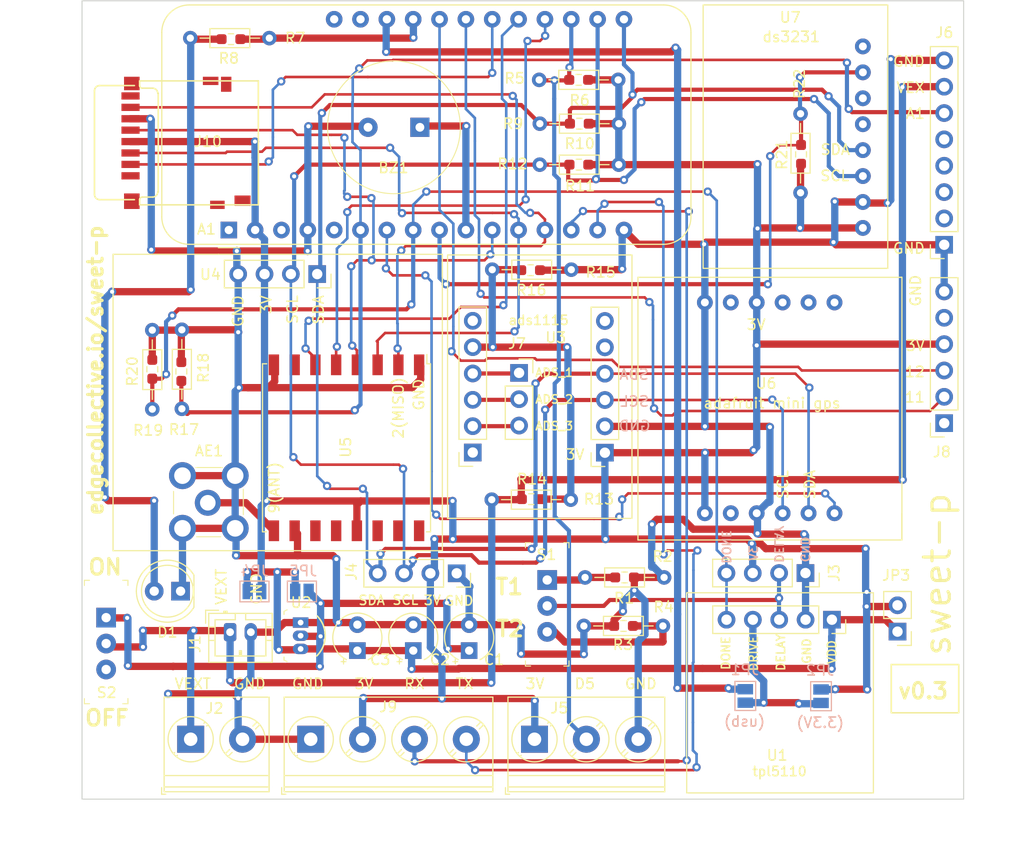
<source format=kicad_pcb>
(kicad_pcb (version 20211014) (generator pcbnew)
  (layers (0 "F.Cu" signal) (31 "B.Cu" signal) (34 "B.Paste" user) (35 "F.Paste" user) (36 "B.SilkS" user "B.Silkscreen") (37 "F.SilkS" user "F.Silkscreen") (38 "B.Mask" user) (39 "F.Mask" user) (44 "Edge.Cuts" user))
  (net 0 "")
  (net 3 "TX2")
  (net 4 "RX2")
  (net 5 "LORA_RST")
  (net 6 "LORA_CS")
  (net 7 "ONEWIRE")
  (net 8 "TX")
  (net 9 "RX")
  (net 10 "GPS_RST")
  (net 11 "SAT_EN")
  (net 12 "GND")
  (net 13 "+3V3")
  (net 14 "SDA")
  (net 15 "SCL")
  (net 16 "RTC_INT")
  (net 17 "SD_CS")
  (net 18 "MOSI")
  (net 19 "SCK")
  (net 20 "MISO")
  (net 21 "Net-(AE1-Pad2)")
  (net 22 "DONE")
  (net 23 "BUZZER")
  (net 24 "LED")
  (net 26 "Net-(D1-Pad2)")
  (net 27 "VEXT")
  (net 33 "ADS_1")
  (net 34 "ADS_2")
  (net 35 "ADS_3")
  (net 36 "Net-(C1-Pad1)")
  (net 37 "Net-(C2-Pad1)")
  (net 38 "Net-(R3-Pad2)")
  (net 39 "Net-(R1-Pad1)")
  (net 40 "Net-(R13-Pad2)")
  (net 55 "VUSB")
  (net 56 "Net-(U1-Pad4)")
  (net 68 "Net-(S1-Pad2)")
  (footprint "digikey-footprints:Switch_Slide_11.6x4mm_EG1218" (layer "F.Cu") (at 27.925 80.5 -90)
    (fp_text reference "S2")
    (fp_text value "EG1218")
  )
  (footprint "Connector_JST:JST_PH_B2B-PH-K_1x02_P2.00mm_Vertical" (layer "F.Cu") (at 39.875 81.9)
    (fp_text reference "J1")
    (fp_text value "Conn_01x02_Female")
  )
  (footprint "Resistor_THT:R_Axial_DIN0204_L3.6mm_D1.6mm_P7.62mm_Horizontal" (layer "F.Cu") (at 65.15 46.95)
    (fp_text reference "R15")
    (fp_text value "100K")
  )
  (footprint "footprints:adafruit_tpl511x" (layer "F.Cu") (at 97.9 80.7 -90)
    (fp_text reference "U1")
    (fp_text value "adafruit_tpl511x")
  )
  (footprint "Resistor_THT:R_Axial_DIN0204_L3.6mm_D1.6mm_P7.62mm_Horizontal" (layer "F.Cu") (at 32.375 60.4 90)
    (fp_text reference "R19")
    (fp_text value "330")
  )
  (footprint "LED_THT:LED_D5.0mm" (layer "F.Cu") (at 35.1 77.95 180)
    (fp_text reference "D1")
    (fp_text value "LED")
  )
  (footprint "gps:adafruit_mini_gps" (layer "F.Cu") (at 98.15 50.1125)
    (fp_text reference "U6")
    (fp_text value "Adafruit-Mini-GPS")
  )
  (footprint "Resistor_THT:R_Axial_DIN0204_L3.6mm_D1.6mm_P7.62mm_Horizontal" (layer "F.Cu") (at 81.605 81.3 180)
    (fp_text reference "R4")
    (fp_text value "4.7K")
  )
  (footprint "Resistor_SMD:R_0603_1608Metric_Pad0.98x0.95mm_HandSolder" (layer "F.Cu") (at 68.85 47)
    (fp_text reference "R16")
    (fp_text value "100K")
  )
  (footprint "digikey-footprints:TO-92-3" (layer "F.Cu") (at 46.675 80.975 -90)
    (fp_text reference "U2")
    (fp_text value "MCP1700-3302E_TO")
  )
  (footprint "Resistor_THT:R_Axial_DIN0204_L3.6mm_D1.6mm_P7.62mm_Horizontal" (layer "F.Cu") (at 74.1 76.625)
    (fp_text reference "R2")
    (fp_text value "4.7K")
  )
  (footprint "Resistor_THT:R_Axial_DIN0204_L3.6mm_D1.6mm_P7.62mm_Horizontal" (layer "F.Cu") (at 35.225 60.365 90)
    (fp_text reference "R17")
    (fp_text value "4.7K")
  )
  (footprint "Resistor_SMD:R_0603_1608Metric_Pad0.98x0.95mm_HandSolder" (layer "F.Cu") (at 94.925 35.835 90)
    (fp_text reference "R21")
    (fp_text value "10K")
  )
  (footprint "TerminalBlock_Phoenix:TerminalBlock_Phoenix_PT-1,5-2-5.0-H_1x02_P5.00mm_Horizontal" (layer "F.Cu") (at 36.075 92.225)
    (fp_text reference "J2")
    (fp_text value "Screw_Terminal_01x02")
  )
  (footprint "Resistor_SMD:R_0603_1608Metric_Pad0.98x0.95mm_HandSolder" (layer "F.Cu") (at 68.9125 69.075)
    (fp_text reference "R14")
    (fp_text value "100K")
  )
  (footprint "Resistor_SMD:R_0603_1608Metric_Pad0.98x0.95mm_HandSolder" (layer "F.Cu") (at 35.175 56.765 90)
    (fp_text reference "R18")
    (fp_text value "4.7K")
  )
  (footprint "Resistor_THT:R_Axial_DIN0204_L3.6mm_D1.6mm_P7.62mm_Horizontal" (layer "F.Cu") (at 77.295 28.65 180)
    (fp_text reference "R5")
    (fp_text value "4.7K")
  )
  (footprint "MountingHole:MountingHole_3.2mm_M3" (layer "F.Cu") (at 107.1 94.475)
    (fp_text reference "H1" hide)
    (fp_text value "MountingHole")
  )
  (footprint "digikey-footprints:RF_SMA_Vertical_5-1814832-1" (layer "F.Cu") (at 37.825 69.35 180)
    (fp_text reference "AE1")
    (fp_text value "Antenna_Shield")
  )
  (footprint "Resistor_SMD:R_0603_1608Metric_Pad0.98x0.95mm_HandSolder" (layer "F.Cu") (at 32.375 56.55 90)
    (fp_text reference "R20")
    (fp_text value "330")
  )
  (footprint "MountingHole:MountingHole_3.2mm_M3" (layer "F.Cu") (at 29.1 24.475)
    (fp_text reference "H3" hide)
    (fp_text value "MountingHole")
  )
  (footprint "footprints:ds3231_adafruit_breakout" (layer "F.Cu") (at 103.285 34.125 90)
    (fp_text reference "U7")
    (fp_text value "ds3231")
  )
  (footprint "Capacitor_THT:CP_Radial_Tantal_D4.5mm_P2.50mm" (layer "F.Cu") (at 52.146666 83.678856 90)
    (fp_text reference "C3")
    (fp_text value "10uF")
  )
  (footprint "footprints:DM3D-SF_outline" (layer "F.Cu") (at 31.15 34.7 -90)
    (fp_text reference "J10")
    (fp_text value "Micro_SD_Card" hide)
  )
  (footprint "RF_Module:HOPERF_RFM9XW_SMD" (layer "F.Cu") (at 51.1 64.125 -90)
    (fp_text reference "U5")
    (fp_text value "RFM95W-868S2")
  )
  (footprint "digikey-footprints:Piezo_Transducer_THT_PS1240P02BT" (layer "F.Cu") (at 58.175 33.225 -90)
    (fp_text reference "BZ1")
    (fp_text value "PS1240P02BT")
  )
  (footprint "Resistor_THT:R_Axial_DIN0204_L3.6mm_D1.6mm_P7.62mm_Horizontal" (layer "F.Cu") (at 65.1025 69.125)
    (fp_text reference "R13")
    (fp_text value "100K")
  )
  (footprint "Resistor_SMD:R_0603_1608Metric_Pad0.98x0.95mm_HandSolder" (layer "F.Cu") (at 77.91 76.625)
    (fp_text reference "R1")
    (fp_text value "4.7K")
  )
  (footprint "footprints:adafruit_ads1115" (layer "F.Cu") (at 60.8425 70.93 90)
    (fp_text reference "U3")
    (fp_text value "adafruit_ads1115")
  )
  (footprint "Connector_PinSocket_2.54mm:PinSocket_1x04_P2.54mm_Vertical" (layer "F.Cu") (at 95.35 76.2 -90)
    (fp_text reference "J3")
    (fp_text value "Conn_01x04_Female")
  )
  (footprint "Resistor_THT:R_Axial_DIN0204_L3.6mm_D1.6mm_P7.62mm_Horizontal" (layer "F.Cu") (at 43.66 24.625 180)
    (fp_text reference "R7")
    (fp_text value "4.7K")
  )
  (footprint "Connector_PinHeader_2.54mm:PinHeader_1x02_P2.54mm_Vertical" (layer "F.Cu") (at 104.225 81.85 180)
    (fp_text reference "JP3")
    (fp_text value "Jumper_2_Open")
  )
  (footprint "Resistor_THT:R_Axial_DIN0204_L3.6mm_D1.6mm_P7.62mm_Horizontal" (layer "F.Cu") (at 77.35 36.825 180)
    (fp_text reference "R12")
    (fp_text value "4.7K")
  )
  (footprint "TerminalBlock_Phoenix:TerminalBlock_Phoenix_PT-1,5-3-5.0-H_1x03_P5.00mm_Horizontal" (layer "F.Cu") (at 69.225 92.225)
    (fp_text reference "J5")
    (fp_text value "Screw_Terminal_01x03" hide)
  )
  (footprint "Resistor_THT:R_Axial_DIN0204_L3.6mm_D1.6mm_P7.62mm_Horizontal" (layer "F.Cu") (at 94.875 39.535 90)
    (fp_text reference "R22")
    (fp_text value "R")
  )
  (footprint "Resistor_SMD:R_0603_1608Metric_Pad0.98x0.95mm_HandSolder" (layer "F.Cu") (at 73.485 28.65 180)
    (fp_text reference "R6")
    (fp_text value "4.7K")
  )
  (footprint "Capacitor_THT:CP_Radial_Tantal_D4.5mm_P2.50mm" (layer "F.Cu") (at 57.535833 83.678856 90)
    (fp_text reference "C2")
    (fp_text value "0.1uF")
  )
  (footprint "TerminalBlock_Phoenix:TerminalBlock_Phoenix_PT-1,5-4-5.0-H_1x04_P5.00mm_Horizontal" (layer "F.Cu") (at 47.65 92.225)
    (fp_text reference "J9")
    (fp_text value "Screw_Terminal_01x04")
  )
  (footprint "Resistor_THT:R_Axial_DIN0204_L3.6mm_D1.6mm_P7.62mm_Horizontal" (layer "F.Cu") (at 77.36 32.875 180)
    (fp_text reference "R9")
    (fp_text value "4.7K")
  )
  (footprint "Resistor_SMD:R_0603_1608Metric_Pad0.98x0.95mm_HandSolder" (layer "F.Cu") (at 73.55 32.875 180)
    (fp_text reference "R10")
    (fp_text value "4.7K")
  )
  (footprint "Connector_PinSocket_2.54mm:PinSocket_1x08_P2.54mm_Vertical" (layer "F.Cu") (at 108.725 44.55 180)
    (fp_text reference "J6")
    (fp_text value "Conn_01x08_Female")
  )
  (footprint "Resistor_SMD:R_0603_1608Metric_Pad0.98x0.95mm_HandSolder" (layer "F.Cu") (at 77.8075 81.3)
    (fp_text reference "R3")
    (fp_text value "4.7K")
  )
  (footprint "digikey-footprints:Switch_Slide_11.6x4mm_EG1218" (layer "F.Cu") (at 70.45 76.87 -90)
    (fp_text reference "S1")
    (fp_text value "EG1218")
  )
  (footprint "Resistor_SMD:R_0603_1608Metric_Pad0.98x0.95mm_HandSolder" (layer "F.Cu") (at 39.96 24.725 180)
    (fp_text reference "R8")
    (fp_text value "4.7K")
  )
  (footprint "MountingHole:MountingHole_3.2mm_M3" (layer "F.Cu") (at 29.1 94.475)
    (fp_text reference "H2" hide)
    (fp_text value "MountingHole")
  )
  (footprint "Resistor_SMD:R_0603_1608Metric_Pad0.98x0.95mm_HandSolder" (layer "F.Cu") (at 73.505 36.825 180)
    (fp_text reference "R11")
    (fp_text value "4.7K")
  )
  (footprint "footprints:ssd1306_a" (layer "F.Cu") (at 48.275 47.375 -90)
    (fp_text reference "U4")
    (fp_text value "ssd1306")
  )
  (footprint "Capacitor_THT:CP_Radial_Tantal_D4.5mm_P2.50mm" (layer "F.Cu") (at 62.925 83.678856 90)
    (fp_text reference "C1")
    (fp_text value "0.1uF")
  )
  (footprint "Connector_PinSocket_2.54mm:PinSocket_1x04_P2.54mm_Vertical" (layer "F.Cu") (at 61.725 76.225 -90)
    (fp_text reference "J4")
    (fp_text value "Conn_01x04_Female")
  )
  (footprint "Connector_PinSocket_2.54mm:PinSocket_1x03_P2.54mm_Vertical" (layer "F.Cu") (at 67.7375 56.9)
    (fp_text reference "J7")
    (fp_text value "Conn_01x03_Female")
  )
  (footprint "Connector_PinSocket_2.54mm:PinSocket_1x06_P2.54mm_Vertical" (layer "F.Cu") (at 108.725 61.75 180)
    (fp_text reference "J8")
    (fp_text value "Conn_01x06_Female")
  )
  (footprint "Module:Adafruit_Feather" (layer "F.Cu") (at 39.75 43.1275 90)
    (fp_text reference "A1")
    (fp_text value "Adafruit_Feather_M0_Express")
  )
  (footprint "Jumper:SolderJumper-2_P1.3mm_Open_Pad1.0x1.5mm" (layer "B.Cu") (at 96.85 88.075 90)
    (fp_text reference "JP2")
    (fp_text value "SolderJumper_2_Open" hide)
  )
  (footprint "Jumper:SolderJumper-2_P1.3mm_Open_Pad1.0x1.5mm" (layer "B.Cu") (at 46.8 77.975 180)
    (fp_text reference "JP5")
    (fp_text value "SolderJumper_2_Open" hide)
  )
  (footprint "Jumper:SolderJumper-2_P1.3mm_Open_Pad1.0x1.5mm" (layer "B.Cu") (at 89.55 88.05 -90)
    (fp_text reference "JP1")
    (fp_text value "SolderJumper_2_Open" hide)
  )
  (footprint "Jumper:SolderJumper-2_P1.3mm_Open_Pad1.0x1.5mm" (layer "B.Cu") (at 42.225 77.975)
    (fp_text reference "JP4")
    (fp_text value "SolderJumper_2_Open" hide)
  )
  (gr_rect (start 103.625 85.025) (end 110.125 89.675) (layer "F.SilkS") (width 0.15) (fill none))
  (gr_rect (start 25.6 21.025) (end 110.6 98) (layer "Edge.Cuts") (width 0.1) (fill none))
  (gr_text "(3.3V)" (at 96.775 90.625) (layer "B.SilkS") (effects (font (size 1 1)) (justify mirror)))
  (gr_text "SCL" (at 78.875 59.65) (layer "B.SilkS") (effects (font (size 1 1)) (justify mirror)))
  (gr_text "GND" (at 78.875 62.025) (layer "B.SilkS") (effects (font (size 1 1)) (justify mirror)))
  (gr_text "SDA" (at 78.825 57.05) (layer "B.SilkS") (effects (font (size 1 1)) (justify mirror)))
  (gr_text "(usb)" (at 89.475 90.5) (layer "B.SilkS") (effects (font (size 1 1)) (justify mirror)))
  (gr_text "3V" (at 90.35 74.275 90) (layer "B.SilkS") (effects (font (size 0.8 0.8)) (justify mirror)))
  (gr_text "GND" (at 95.3 73.925 270) (layer "B.SilkS") (effects (font (size 0.8 0.8)) (justify mirror)))
  (gr_text "DONE" (at 87.7 73.675 270) (layer "B.SilkS") (effects (font (size 0.8 0.8)) (justify mirror)))
  (gr_text "DELAY" (at 92.775 73.425 270) (layer "B.SilkS") (effects (font (size 0.8 0.8)) (justify mirror)))
  (gr_text "SCL" (at 93.175 67.675 90) (layer "F.SilkS") (effects (font (size 1 1))))
  (gr_text "GND" (at 105.325 44.9) (layer "F.SilkS") (effects (font (size 1 1))))
  (gr_text "VEXT" (at 39.025 77.525 90) (layer "F.SilkS") (effects (font (size 1 1))))
  (gr_text "ADS_2" (at 71.125 59.45) (layer "F.SilkS") (effects (font (size 0.8 0.8))))
  (gr_text "2(MISO)" (at 56.1 60.275 90) (layer "F.SilkS") (effects (font (size 1 1))))
  (gr_text "GND" (at 41.775 86.875) (layer "F.SilkS") (effects (font (size 1 1))))
  (gr_text "ON" (at 27.825 75.625) (layer "F.SilkS") (effects (font (size 1.5 1.5) (thickness 0.3))))
  (gr_text "3V" (at 43.35 50.325 90) (layer "F.SilkS") (effects (font (size 1 1))))
  (gr_text "SDA" (at 95.775 67.675 90) (layer "F.SilkS") (effects (font (size 1 1))))
  (gr_text "OFF" (at 28 90.175) (layer "F.SilkS") (effects (font (size 1.5 1.5) (thickness 0.3))))
  (gr_text "GND" (at 105.975 48.975 90) (layer "F.SilkS") (effects (font (size 1 1))))
  (gr_text "GND" (at 47.375 86.875) (layer "F.SilkS") (effects (font (size 1 1))))
  (gr_text "3V" (at 59.375 78.825) (layer "F.SilkS") (effects (font (size 0.9 0.9))))
  (gr_text "sweet-p" (at 108.075 76.325 90) (layer "F.SilkS") (effects (font (size 2.5 2.5) (thickness 0.3))))
  (gr_text "GND" (at 40.65 50.944048 90) (layer "F.SilkS") (effects (font (size 1 1))))
  (gr_text "12" (at 105.896429 56.8) (layer "F.SilkS") (effects (font (size 1 1))))
  (gr_text "SDA" (at 48.4 50.825 90) (layer "F.SilkS") (effects (font (size 1 1))))
  (gr_text "DRIVE" (at 90.35 83.95 90) (layer "F.SilkS") (effects (font (size 0.8 0.8))))
  (gr_text "SCL" (at 45.9 50.801191 90) (layer "F.SilkS") (effects (font (size 1 1))))
  (gr_text "3V" (at 52.789286 86.875) (layer "F.SilkS") (effects (font (size 1 1))))
  (gr_text "edgecollective.io/sweet-p" (at 26.9 56.65 90) (layer "F.SilkS") (effects (font (size 1.4 1.4) (thickness 0.3))))
  (gr_text "GND" (at 105.325 26.875) (layer "F.SilkS") (effects (font (size 1 1))))
  (gr_text "RX" (at 57.655952 86.875) (layer "F.SilkS") (effects (font (size 1 1))))
  (gr_text "9(ANT)" (at 44.125 67.975 90) (layer "F.SilkS") (effects (font (size 1 1))))
  (gr_text "VEXT" (at 36.275 86.875) (layer "F.SilkS") (effects (font (size 1 1))))
  (gr_text "GND" (at 61.95 78.875) (layer "F.SilkS") (effects (font (size 0.9 0.9))))
  (gr_text "GND" (at 58.075 59 90) (layer "F.SilkS") (effects (font (size 1 1))))
  (gr_text "3V" (at 69.275 86.875) (layer "F.SilkS") (effects (font (size 1 1))))
  (gr_text "T2" (at 66.875 81.575) (layer "F.SilkS") (effects (font (size 1.5 1.5) (thickness 0.3))))
  (gr_text "SDA" (at 98.225 35.375) (layer "F.SilkS") (effects (font (size 1 1))))
  (gr_text "SDA" (at 53.525 78.825) (layer "F.SilkS") (effects (font (size 0.9 0.9))))
  (gr_text "T1" (at 66.8 77.525) (layer "F.SilkS") (effects (font (size 1.5 1.5) (thickness 0.3))))
  (gr_text "DONE" (at 87.675 83.925 90) (layer "F.SilkS") (effects (font (size 0.8 0.8))))
  (gr_text "SCL" (at 56.775 78.8) (layer "F.SilkS") (effects (font (size 0.9 0.9))))
  (gr_text "SCL" (at 98.175 37.9) (layer "F.SilkS") (effects (font (size 1 1))))
  (gr_text "tpl5110" (at 92.85 95.325) (layer "F.SilkS") (effects (font (size 0.9 0.9))))
  (gr_text "TX" (at 62.475 86.875) (layer "F.SilkS") (effects (font (size 1 1))))
  (gr_text "11" (at 105.896429 59.25) (layer "F.SilkS") (effects (font (size 1 1))))
  (gr_text "A1" (at 105.944048 31.9) (layer "F.SilkS") (effects (font (size 1 1))))
  (gr_text "v0.3" (at 106.7 87.575) (layer "F.SilkS") (effects (font (size 1.5 1.5) (thickness 0.3))))
  (gr_text "GND" (at 95.475 83.725 90) (layer "F.SilkS") (effects (font (size 0.8 0.8))))
  (gr_text "VEX" (at 105.491667 29.4) (layer "F.SilkS") (effects (font (size 1 1))))
  (gr_text "ADS_1" (at 71.125 56.875) (layer "F.SilkS") (effects (font (size 0.8 0.8))))
  (gr_text "GND" (at 42.425 77.725 90) (layer "F.SilkS") (effects (font (size 1 1))))
  (gr_text "D5" (at 74.075 86.875) (layer "F.SilkS") (effects (font (size 1 1))))
  (gr_text "GND" (at 79.475 86.875) (layer "F.SilkS") (effects (font (size 1 1))))
  (gr_text "VDD" (at 97.9 83.825 90) (layer "F.SilkS") (effects (font (size 0.8 0.8))))
  (gr_text "ads1115" (at 69.625 51.825) (layer "F.SilkS") (effects (font (size 0.9 0.9))))
  (gr_text "DELAY" (at 92.975 83.85 90) (layer "F.SilkS") (effects (font (size 0.8 0.8))))
  (gr_text "3V" (at 105.944048 54.275) (layer "F.SilkS") (effects (font (size 1 1))))
  (gr_text "3V" (at 73.125 64.775) (layer "F.SilkS") (effects (font (size 1 1))))
  (gr_text "3V" (at 90.6 52.25) (layer "F.SilkS") (effects (font (size 1 1))))
  (gr_text "ADS_3" (at 71.125 62.025) (layer "F.SilkS") (effects (font (size 0.8 0.8))))
  (segment (start 74.925 55.65) (end 69.425 55.65) (width 0.25) (layer "F.Cu") (net 3))
  (segment (start 62.325 55.725) (end 62.125 55.725) (width 0.25) (layer "F.Cu") (net 3))
  (segment (start 62.125 55.725) (end 61.225 54.825) (width 0.25) (layer "F.Cu") (net 3))
  (segment (start 90.95 56.325) (end 77.375 56.325) (width 0.25) (layer "F.Cu") (net 3))
  (segment (start 64.675 55.5) (end 64.525 55.65) (width 0.25) (layer "F.Cu") (net 3))
  (segment (start 94.725 56.4) (end 94.65 56.325) (width 0.25) (layer "F.Cu") (net 3))
  (segment (start 76.7 55.65) (end 74.925 55.65) (width 0.25) (layer "F.Cu") (net 3))
  (segment (start 94.65 56.325) (end 90.95 56.325) (width 0.25) (layer "F.Cu") (net 3))
  (segment (start 69.425 55.65) (end 69.275 55.5) (width 0.25) (layer "F.Cu") (net 3))
  (segment (start 108.725 56.67) (end 94.995 56.67) (width 0.25) (layer "F.Cu") (net 3))
  (segment (start 69.275 55.5) (end 64.675 55.5) (width 0.25) (layer "F.Cu") (net 3))
  (segment (start 76.825 55.775) (end 76.7 55.65) (width 0.25) (layer "F.Cu") (net 3))
  (segment (start 64.45 55.725) (end 62.325 55.725) (width 0.25) (layer "F.Cu") (net 3))
  (segment (start 64.525 55.65) (end 64.45 55.725) (width 0.25) (layer "F.Cu") (net 3))
  (segment (start 94.995 56.67) (end 94.725 56.4) (width 0.25) (layer "F.Cu") (net 3))
  (segment (start 77.375 56.325) (end 76.825 55.775) (width 0.25) (layer "F.Cu") (net 3))
  (via (at 61.225 54.825) (size 0.8) (drill 0.4) (layers "F.Cu" "B.Cu") (net 3))
  (segment (start 61.225 54.825) (end 61.4 54.65) (width 0.25) (layer "B.Cu") (net 3))
  (segment (start 60.07 41.195) (end 61.4 42.525) (width 0.25) (layer "B.Cu") (net 3))
  (segment (start 60.07 22.8075) (end 60.07 41.195) (width 0.25) (layer "B.Cu") (net 3))
  (segment (start 61.4 52.425) (end 61.4 42.525) (width 0.25) (layer "B.Cu") (net 3))
  (segment (start 61.4 54.65) (end 61.4 52.425) (width 0.25) (layer "B.Cu") (net 3))
  (segment (start 64.025 49.275) (end 64.375 49.625) (width 0.25) (layer "F.Cu") (net 4))
  (segment (start 80.75 60.325) (end 81.425 61) (width 0.25) (layer "F.Cu") (net 4))
  (segment (start 79.85 49.625) (end 80.3 50.075) (width 0.25) (layer "F.Cu") (net 4))
  (segment (start 81.425 61) (end 82.525 61) (width 0.25) (layer "F.Cu") (net 4))
  (segment (start 82.95 60.575) (end 107.36 60.575) (width 0.25) (layer "F.Cu") (net 4))
  (segment (start 82.525 61) (end 82.95 60.575) (width 0.25) (layer "F.Cu") (net 4))
  (segment (start 64.85 49.625) (end 79.85 49.625) (width 0.25) (layer "F.Cu") (net 4))
  (segment (start 107.36 60.575) (end 108.725 59.21) (width 0.25) (layer "F.Cu") (net 4))
  (segment (start 64.375 49.625) (end 64.85 49.625) (width 0.25) (layer "F.Cu") (net 4))
  (via (at 80.75 60.325) (size 0.8) (drill 0.4) (layers "F.Cu" "B.Cu") (net 4))
  (via (at 80.3 50.075) (size 0.8) (drill 0.4) (layers "F.Cu" "B.Cu") (net 4))
  (via (at 64.025 49.275) (size 0.8) (drill 0.4) (layers "F.Cu" "B.Cu") (net 4))
  (segment (start 62.61 31.46) (end 63.325 32.175) (width 0.25) (layer "B.Cu") (net 4))
  (segment (start 63.325 32.175) (end 63.475 32.325) (width 0.25) (layer "B.Cu") (net 4))
  (segment (start 63.875 43.85) (end 63.875 49.125) (width 0.25) (layer "B.Cu") (net 4))
  (segment (start 63.475 34.55) (end 63.475 41.7) (width 0.25) (layer "B.Cu") (net 4))
  (segment (start 80.65 51.775) (end 80.65 60.225) (width 0.25) (layer "B.Cu") (net 4))
  (segment (start 63.475 32.325) (end 63.475 34.55) (width 0.25) (layer "B.Cu") (net 4))
  (segment (start 80.65 50.425) (end 80.65 51.775) (width 0.25) (layer "B.Cu") (net 4))
  (segment (start 62.61 22.8075) (end 62.61 31.46) (width 0.25) (layer "B.Cu") (net 4))
  (segment (start 63.475 41.7) (end 63.825 42.05) (width 0.25) (layer "B.Cu") (net 4))
  (segment (start 63.825 42.05) (end 63.875 42.1) (width 0.25) (layer "B.Cu") (net 4))
  (segment (start 63.875 42.1) (end 63.875 43.85) (width 0.25) (layer "B.Cu") (net 4))
  (segment (start 63.875 49.125) (end 64.025 49.275) (width 0.25) (layer "B.Cu") (net 4))
  (segment (start 80.3 50.075) (end 80.65 50.425) (width 0.25) (layer "B.Cu") (net 4))
  (segment (start 80.65 60.225) (end 80.75 60.325) (width 0.25) (layer "B.Cu") (net 4))
  (segment (start 62.125 50.55) (end 66.05 50.55) (width 0.25) (layer "F.Cu") (net 5))
  (segment (start 48.1 55.5) (end 47.15 54.55) (width 0.25) (layer "F.Cu") (net 5))
  (segment (start 61 51.675) (end 62.125 50.55) (width 0.25) (layer "F.Cu") (net 5))
  (segment (start 66.05 50.55) (end 66.225 50.375) (width 0.25) (layer "F.Cu") (net 5))
  (segment (start 48.1 56.125) (end 48.1 55.5) (width 0.25) (layer "F.Cu") (net 5))
  (segment (start 47.45 51.875) (end 47.65 51.675) (width 0.25) (layer "F.Cu") (net 5))
  (segment (start 47.65 51.675) (end 61 51.675) (width 0.25) (layer "F.Cu") (net 5))
  (via (at 66.225 50.375) (size 0.8) (drill 0.4) (layers "F.Cu" "B.Cu") (net 5))
  (via (at 47.15 54.55) (size 0.8) (drill 0.4) (layers "F.Cu" "B.Cu") (net 5))
  (via (at 47.45 51.875) (size 0.8) (drill 0.4) (layers "F.Cu" "B.Cu") (net 5))
  (segment (start 66.5 30.875) (end 66.1 30.475) (width 0.25) (layer "B.Cu") (net 5))
  (segment (start 66.1 30.475) (end 66.1 24.3975) (width 0.25) (layer "B.Cu") (net 5))
  (segment (start 47.15 52.175) (end 47.45 51.875) (width 0.25) (layer "B.Cu") (net 5))
  (segment (start 66.1 24.3975) (end 67.69 22.8075) (width 0.25) (layer "B.Cu") (net 5))
  (segment (start 47.15 54.55) (end 47.15 52.175) (width 0.25) (layer "B.Cu") (net 5))
  (segment (start 66.5 50.1) (end 66.5 30.875) (width 0.25) (layer "B.Cu") (net 5))
  (segment (start 66.225 50.375) (end 66.5 50.1) (width 0.25) (layer "B.Cu") (net 5))
  (segment (start 53.35 40.775) (end 67.775 40.775) (width 0.25) (layer "F.Cu") (net 6))
  (segment (start 68.55 24.9) (end 69.75 24.9) (width 0.25) (layer "F.Cu") (net 6))
  (segment (start 51.6 40.775) (end 53.35 40.775) (width 0.25) (layer "F.Cu") (net 6))
  (segment (start 67.775 40.775) (end 68.375 40.175) (width 0.25) (layer "F.Cu") (net 6))
  (segment (start 50.1 56.125) (end 50.1 54.45) (width 0.25) (layer "F.Cu") (net 6))
  (segment (start 69.75 24.9) (end 70.25 24.4) (width 0.25) (layer "F.Cu") (net 6))
  (segment (start 50.1 54.45) (end 50.175 54.375) (width 0.25) (layer "F.Cu") (net 6))
  (segment (start 51.175 41.2) (end 51.55 40.825) (width 0.25) (layer "F.Cu") (net 6))
  (segment (start 51.175 41.4) (end 51.175 41.2) (width 0.25) (layer "F.Cu") (net 6))
  (segment (start 51.55 40.825) (end 51.6 40.775) (width 0.25) (layer "F.Cu") (net 6))
  (via (at 50.175 54.375) (size 0.8) (drill 0.4) (layers "F.Cu" "B.Cu") (net 6))
  (via (at 68.375 40.175) (size 0.8) (drill 0.4) (layers "F.Cu" "B.Cu") (net 6))
  (via (at 68.55 24.9) (size 0.8) (drill 0.4) (layers "F.Cu" "B.Cu") (net 6))
  (via (at 70.25 24.4) (size 0.8) (drill 0.4) (layers "F.Cu" "B.Cu") (net 6))
  (via (at 51.175 41.4) (size 0.8) (drill 0.4) (layers "F.Cu" "B.Cu") (net 6))
  (segment (start 70.25 22.8275) (end 70.23 22.8075) (width 0.25) (layer "B.Cu") (net 6))
  (segment (start 51.175 41.45) (end 51.175 41.4) (width 0.25) (layer "B.Cu") (net 6))
  (segment (start 70.25 24.4) (end 70.25 22.8275) (width 0.25) (layer "B.Cu") (net 6))
  (segment (start 68.375 25.075) (end 68.55 24.9) (width 0.25) (layer "B.Cu") (net 6))
  (segment (start 68.375 40.175) (end 68.375 25.075) (width 0.25) (layer "B.Cu") (net 6))
  (segment (start 51.175 43.925) (end 51.175 41.45) (width 0.25) (layer "B.Cu") (net 6))
  (segment (start 50.175 44.925) (end 51.175 43.925) (width 0.25) (layer "B.Cu") (net 6))
  (segment (start 50.175 54.375) (end 50.175 44.925) (width 0.25) (layer "B.Cu") (net 6))
  (segment (start 71.15 28.7) (end 69.725 28.7) (width 0.4) (layer "F.Cu") (net 7))
  (segment (start 72.5725 27.4775) (end 72.6 27.45) (width 0.4) (layer "F.Cu") (net 7))
  (segment (start 72.5225 28.7) (end 72.5725 28.65) (width 0.4) (layer "F.Cu") (net 7))
  (segment (start 69.725 28.7) (end 69.675 28.65) (width 0.4) (layer "F.Cu") (net 7))
  (segment (start 71.15 28.7) (end 72.5225 28.7) (width 0.4) (layer "F.Cu") (net 7))
  (segment (start 72.5725 28.65) (end 72.5725 27.4775) (width 0.4) (layer "F.Cu") (net 7))
  (via (at 71.15 28.7) (size 0.8) (drill 0.4) (layers "F.Cu" "B.Cu") (net 7))
  (via (at 72.6 27.45) (size 0.8) (drill 0.4) (layers "F.Cu" "B.Cu") (net 7))
  (segment (start 71.125 37.775) (end 71.125 30.475) (width 0.4) (layer "B.Cu") (net 7))
  (segment (start 71.375 38.025) (end 71.125 37.775) (width 0.4) (layer "B.Cu") (net 7))
  (segment (start 71.57 38.22) (end 71.375 38.025) (width 0.4) (layer "B.Cu") (net 7))
  (segment (start 71.125 28.725) (end 71.15 28.7) (width 0.4) (layer "B.Cu") (net 7))
  (segment (start 74.225 92.225) (end 72.55 90.55) (width 0.4) (layer "B.Cu") (net 7))
  (segment (start 72.77 27.28) (end 72.77 22.8075) (width 0.4) (layer "B.Cu") (net 7))
  (segment (start 71.175 57.925) (end 71.57 57.53) (width 0.4) (layer "B.Cu") (net 7))
  (segment (start 71.57 57.53) (end 71.57 38.22) (width 0.4) (layer "B.Cu") (net 7))
  (segment (start 71.125 30.475) (end 71.125 28.725) (width 0.4) (layer "B.Cu") (net 7))
  (segment (start 72.55 72.125) (end 71.175 70.75) (width 0.4) (layer "B.Cu") (net 7))
  (segment (start 72.55 89.575) (end 72.55 72.125) (width 0.4) (layer "B.Cu") (net 7))
  (segment (start 72.6 27.45) (end 72.77 27.28) (width 0.4) (layer "B.Cu") (net 7))
  (segment (start 72.55 90.55) (end 72.55 89.575) (width 0.4) (layer "B.Cu") (net 7))
  (segment (start 71.175 70.75) (end 71.175 57.925) (width 0.4) (layer "B.Cu") (net 7))
  (segment (start 84.575 95.2) (end 84.85 94.925) (width 0.25) (layer "F.Cu") (net 8))
  (segment (start 82.05 74.025) (end 81.675 74.4) (width 0.25) (layer "F.Cu") (net 8))
  (segment (start 84.925 74.025) (end 82.05 74.025) (width 0.25) (layer "F.Cu") (net 8))
  (segment (start 81.225 40.425) (end 76.1505 40.425) (width 0.25) (layer "F.Cu") (net 8))
  (segment (start 76.1505 40.425) (end 75.975 40.6005) (width 0.25) (layer "F.Cu") (net 8))
  (segment (start 63.5 95.2) (end 84.575 95.2) (width 0.25) (layer "F.Cu") (net 8))
  (via (at 63.5 95.2) (size 0.8) (drill 0.4) (layers "F.Cu" "B.Cu") (net 8))
  (via (at 75.975 40.6005) (size 0.8) (drill 0.4) (layers "F.Cu" "B.Cu") (net 8))
  (via (at 84.85 94.925) (size 0.8) (drill 0.4) (layers "F.Cu" "B.Cu") (net 8))
  (via (at 81.675 74.4) (size 0.8) (drill 0.4) (layers "F.Cu" "B.Cu") (net 8))
  (via (at 84.925 74.025) (size 0.8) (drill 0.4) (layers "F.Cu" "B.Cu") (net 8))
  (via (at 81.225 40.425) (size 0.8) (drill 0.4) (layers "F.Cu" "B.Cu") (net 8))
  (segment (start 84.5 84.85) (end 84.55 84.8) (width 0.25) (layer "B.Cu") (net 8))
  (segment (start 84.85 93.65) (end 84.575 93.375) (width 0.25) (layer "B.Cu") (net 8))
  (segment (start 75.975 40.6005) (end 75.31 41.2655) (width 0.25) (layer "B.Cu") (net 8))
  (segment (start 81.675 74.4) (end 81.65 74.375) (width 0.25) (layer "B.Cu") (net 8))
  (segment (start 84.55 75.925) (end 84.55 74.4) (width 0.25) (layer "B.Cu") (net 8))
  (segment (start 81.65 40.85) (end 81.225 40.425) (width 0.25) (layer "B.Cu") (net 8))
  (segment (start 81.65 70.575) (end 81.65 40.85) (width 0.25) (layer "B.Cu") (net 8))
  (segment (start 84.55 84.8) (end 84.55 75.925) (width 0.25) (layer "B.Cu") (net 8))
  (segment (start 84.5 90.6) (end 84.5 84.85) (width 0.25) (layer "B.Cu") (net 8))
  (segment (start 62.65 92.225) (end 62.65 94.35) (width 0.25) (layer "B.Cu") (net 8))
  (segment (start 81.65 74.375) (end 81.65 70.575) (width 0.25) (layer "B.Cu") (net 8))
  (segment (start 84.5 93.3) (end 84.5 90.6) (width 0.25) (layer "B.Cu") (net 8))
  (segment (start 75.31 41.2655) (end 75.31 43.1275) (width 0.25) (layer "B.Cu") (net 8))
  (segment (start 84.85 94.925) (end 84.85 93.65) (width 0.25) (layer "B.Cu") (net 8))
  (segment (start 84.575 93.375) (end 84.5 93.3) (width 0.25) (layer "B.Cu") (net 8))
  (segment (start 84.55 74.4) (end 84.925 74.025) (width 0.25) (layer "B.Cu") (net 8))
  (segment (start 62.65 94.35) (end 63.5 95.2) (width 0.25) (layer "B.Cu") (net 8))
  (segment (start 57.675 94.35) (end 83.075 94.35) (width 0.4) (layer "F.Cu") (net 9))
  (segment (start 73.925 41.325) (end 73.9 41.3) (width 0.25) (layer "F.Cu") (net 9))
  (segment (start 84.1 41.325) (end 73.925 41.325) (width 0.25) (layer "F.Cu") (net 9))
  (segment (start 83.8 94.35) (end 83.9 94.25) (width 0.25) (layer "F.Cu") (net 9))
  (segment (start 83.075 94.35) (end 83.8 94.35) (width 0.25) (layer "F.Cu") (net 9))
  (via (at 83.9 94.25) (size 0.8) (drill 0.4) (layers "F.Cu" "B.Cu") (net 9))
  (via (at 73.9 41.3) (size 0.8) (drill 0.4) (layers "F.Cu" "B.Cu") (net 9))
  (via (at 84.1 41.325) (size 0.8) (drill 0.4) (layers "F.Cu" "B.Cu") (net 9))
  (via (at 57.675 94.35) (size 0.8) (drill 0.4) (layers "F.Cu" "B.Cu") (net 9))
  (segment (start 83.9 82.05) (end 83.9 41.525) (width 0.25) (layer "B.Cu") (net 9))
  (segment (start 72.9 42.25) (end 72.77 42.38) (width 0.25) (layer "B.Cu") (net 9))
  (segment (start 72.77 42.38) (end 72.77 43.1275) (width 0.25) (layer "B.Cu") (net 9))
  (segment (start 73.9 41.3) (end 72.95 42.25) (width 0.25) (layer "B.Cu") (net 9))
  (segment (start 57.65 92.225) (end 57.65 94.325) (width 0.4) (layer "B.Cu") (net 9))
  (segment (start 83.9 41.525) (end 84.1 41.325) (width 0.25) (layer "B.Cu") (net 9))
  (segment (start 57.65 94.325) (end 57.675 94.35) (width 0.4) (layer "B.Cu") (net 9))
  (segment (start 72.95 42.25) (end 72.9 42.25) (width 0.25) (layer "B.Cu") (net 9))
  (segment (start 83.9 94.25) (end 83.9 82.05) (width 0.25) (layer "B.Cu") (net 9))
  (segment (start 78.25 68.525) (end 77.675 69.1) (width 0.25) (layer "F.Cu") (net 10))
  (segment (start 55.575 47.5) (end 54.9 46.825) (width 0.25) (layer "F.Cu") (net 10))
  (segment (start 60.15 70.975) (end 59.75 70.575) (width 0.25) (layer "F.Cu") (net 10))
  (segment (start 58.7 47.5) (end 55.575 47.5) (width 0.25) (layer "F.Cu") (net 10))
  (segment (start 74.975 70.975) (end 60.15 70.975) (width 0.25) (layer "F.Cu") (net 10))
  (segment (start 97.25 68.525) (end 86.25 68.525) (width 0.25) (layer "F.Cu") (net 10))
  (segment (start 54.9 46.9) (end 54.9 46.825) (width 0.25) (layer "F.Cu") (net 10))
  (segment (start 77.4 70.775) (end 77.2 70.975) (width 0.25) (layer "F.Cu") (net 10))
  (segment (start 77.2 70.975) (end 74.975 70.975) (width 0.25) (layer "F.Cu") (net 10))
  (segment (start 86.25 68.525) (end 78.25 68.525) (width 0.25) (layer "F.Cu") (net 10))
  (via (at 77.4 70.775) (size 0.8) (drill 0.4) (layers "F.Cu" "B.Cu") (net 10))
  (via (at 54.9 46.825) (size 0.8) (drill 0.4) (layers "F.Cu" "B.Cu") (net 10))
  (via (at 58.7 47.5) (size 0.8) (drill 0.4) (layers "F.Cu" "B.Cu") (net 10))
  (via (at 59.75 70.575) (size 0.8) (drill 0.4) (layers "F.Cu" "B.Cu") (net 10))
  (via (at 77.675 69.1) (size 0.8) (drill 0.4) (layers "F.Cu" "B.Cu") (net 10))
  (via (at 97.25 68.525) (size 0.8) (drill 0.4) (layers "F.Cu" "B.Cu") (net 10))
  (segment (start 98.15 70.4325) (end 98.15 69.425) (width 0.25) (layer "B.Cu") (net 10))
  (segment (start 54.9 46.825) (end 54.99 46.735) (width 0.25) (layer "B.Cu") (net 10))
  (segment (start 59.3 66.4) (end 59.3 48.1) (width 0.25) (layer "B.Cu") (net 10))
  (segment (start 59.75 70.575) (end 59.3 70.125) (width 0.25) (layer "B.Cu") (net 10))
  (segment (start 77.675 70.5) (end 77.4 70.775) (width 0.25) (layer "B.Cu") (net 10))
  (segment (start 77.675 69.1) (end 77.675 70.5) (width 0.25) (layer "B.Cu") (net 10))
  (segment (start 54.99 46.735) (end 54.99 43.1275) (width 0.25) (layer "B.Cu") (net 10))
  (segment (start 98.15 69.425) (end 97.25 68.525) (width 0.25) (layer "B.Cu") (net 10))
  (segment (start 59.3 48.1) (end 58.7 47.5) (width 0.25) (layer "B.Cu") (net 10))
  (segment (start 59.3 70.125) (end 59.3 66.4) (width 0.25) (layer "B.Cu") (net 10))
  (segment (start 52.325 27.55) (end 53.1 26.775) (width 0.25) (layer "F.Cu") (net 11))
  (segment (start 35.775 60.85) (end 35.71 60.85) (width 0.4) (layer "F.Cu") (net 11))
  (segment (start 99.838 31.763) (end 99.525 31.45) (width 0.4) (layer "F.Cu") (net 11))
  (segment (start 55.6 26.725) (end 99.075 26.725) (width 0.25) (layer "F.Cu") (net 11))
  (segment (start 35.225 57.7275) (end 35.175 57.6775) (width 0.7) (layer "F.Cu") (net 11))
  (segment (start 108.725 31.85) (end 108.638 31.763) (width 0.4) (layer "F.Cu") (net 11))
  (segment (start 35.175 57.6775) (end 35.175 60.315) (width 0.4) (layer "F.Cu") (net 11))
  (segment (start 99.075 26.725) (end 99.35 27) (width 0.25) (layer "F.Cu") (net 11))
  (segment (start 35.175 60.315) (end 35.225 60.365) (width 0.4) (layer "F.Cu") (net 11))
  (segment (start 55.55 26.775) (end 55.6 26.725) (width 0.25) (layer "F.Cu") (net 11))
  (segment (start 35.71 60.85) (end 35.225 60.365) (width 0.4) (layer "F.Cu") (net 11))
  (segment (start 35.925 60.7) (end 35.775 60.85) (width 0.4) (layer "F.Cu") (net 11))
  (segment (start 108.638 31.763) (end 99.838 31.763) (width 0.4) (layer "F.Cu") (net 11))
  (segment (start 53.1 26.775) (end 55.55 26.775) (width 0.25) (layer "F.Cu") (net 11))
  (segment (start 51.9 60.5) (end 51.7 60.7) (width 0.4) (layer "F.Cu") (net 11))
  (segment (start 51.7 60.7) (end 35.925 60.7) (width 0.4) (layer "F.Cu") (net 11))
  (via (at 99.35 27) (size 0.8) (drill 0.4) (layers "F.Cu" "B.Cu") (net 11))
  (via (at 99.525 31.45) (size 0.8) (drill 0.4) (layers "F.Cu" "B.Cu") (net 11))
  (via (at 52.325 27.55) (size 0.8) (drill 0.4) (layers "F.Cu" "B.Cu") (net 11))
  (via (at 51.9 60.5) (size 0.8) (drill 0.4) (layers "F.Cu" "B.Cu") (net 11))
  (segment (start 99.5 31.45) (end 99.35 31.3) (width 0.4) (layer "B.Cu") (net 11))
  (segment (start 51.675 34.65) (end 51.675 30.775) (width 0.25) (layer "B.Cu") (net 11))
  (segment (start 51.675 30.775) (end 51.7 30.75) (width 0.25) (layer "B.Cu") (net 11))
  (segment (start 99.35 31.3) (end 99.35 27) (width 0.4) (layer "B.Cu") (net 11))
  (segment (start 51.7 28.175) (end 52.325 27.55) (width 0.25) (layer "B.Cu") (net 11))
  (segment (start 52.45 43.1275) (end 52.45 59.95) (width 0.4) (layer "B.Cu") (net 11))
  (segment (start 52.45 59.95) (end 51.9 60.5) (width 0.4) (layer "B.Cu") (net 11))
  (segment (start 51.7 30.75) (end 51.7 28.4) (width 0.25) (layer "B.Cu") (net 11))
  (segment (start 99.525 31.45) (end 99.4 31.325) (width 0.4) (layer "B.Cu") (net 11))
  (segment (start 51.7 28.4) (end 51.7 28.175) (width 0.25) (layer "B.Cu") (net 11))
  (segment (start 52.45 43.1275) (end 52.45 35.425) (width 0.25) (layer "B.Cu") (net 11))
  (segment (start 52.45 35.425) (end 51.675 34.65) (width 0.25) (layer "B.Cu") (net 11))
  (segment (start 99.525 31.45) (end 99.5 31.45) (width 0.4) (layer "B.Cu") (net 11))
  (segment (start 35.285 66.81) (end 40.365 66.81) (width 0.7) (layer "F.Cu") (net 12))
  (segment (start 76.895 81.3) (end 76.895 80.73) (width 0.7) (layer "F.Cu") (net 12))
  (segment (start 46.375 74.525) (end 46.375 72.4) (width 0.7) (layer "F.Cu") (net 12))
  (segment (start 47.35 45.15) (end 40.525 45.15) (width 0.7) (layer "F.Cu") (net 12))
  (segment (start 44.175 57.725) (end 44.175 56.2) (width 0.7) (layer "F.Cu") (net 12))
  (segment (start 35.19 52.78) (end 35.225 52.745) (width 0.7) (layer "F.Cu") (net 12))
  (segment (start 72.77 46.95) (end 77.6 46.95) (width 0.7) (layer "F.Cu") (net 12))
  (segment (start 81.025 71.025) (end 80.55 71.5) (width 0.7) (layer "F.Cu") (net 12))
  (segment (start 67.653856 81.178856) (end 67.925 81.45) (width 0.7) (layer "F.Cu") (net 12))
  (segment (start 108.725 26.77) (end 103.695 26.77) (width 0.7) (layer "F.Cu") (net 12))
  (segment (start 49.8 74.525) (end 50.125 74.85) (width 0.7) (layer "F.Cu") (net 12))
  (segment (start 32.375 52.78) (end 35.19 52.78) (width 0.7) (layer "F.Cu") (net 12))
  (segment (start 44.2 81.9) (end 45.125 80.975) (width 0.7) (layer "F.Cu") (net 12))
  (segment (start 90.8 72.45) (end 90.725 72.375) (width 0.7) (layer "F.Cu") (net 12))
  (segment (start 91.8575 62.0575) (end 91.925 62.125) (width 0.7) (layer "F.Cu") (net 12))
  (segment (start 72.72 47) (end 72.77 46.95) (width 0.7) (layer "F.Cu") (net 12))
  (segment (start 76.895 80.73) (end 77.75 79.875) (width 0.7) (layer "F.Cu") (net 12))
  (segment (start 46.375 72.4) (end 46.1 72.125) (width 0.7) (layer "F.Cu") (net 12))
  (segment (start 98.225 40.425) (end 98.175 40.375) (width 0.7) (layer "F.Cu") (net 12))
  (segment (start 103.275 40.525) (end 100.985 40.525) (width 0.7) (layer "F.Cu") (net 12))
  (segment (start 76.0125 62.0575) (end 85.6575 62.0575) (width 0.7) (layer "F.Cu") (net 12))
  (segment (start 58.25 56.275) (end 58.1 56.125) (width 0.7) (layer "F.Cu") (net 12))
  (segment (start 40.42 52.745) (end 40.655 52.98) (width 0.7) (layer "F.Cu") (net 12))
  (segment (start 40.475 74.525) (end 40.45 74.5) (width 0.7) (layer "F.Cu") (net 12))
  (segment (start 98.05 44.3) (end 85.775 44.3) (width 0.7) (layer "F.Cu") (net 12))
  (segment (start 43.5725 58.3275) (end 44.175 57.725) (width 0.7) (layer "F.Cu") (net 12))
  (segment (start 103.695 26.77) (end 103.575 26.65) (width 0.7) (layer "F.Cu") (net 12))
  (segment (start 51.94281 80.975) (end 52.146666 81.178856) (width 0.7) (layer "F.Cu") (net 12))
  (segment (start 78.85 76.6525) (end 78.8225 76.625) (width 0.7) (layer "F.Cu") (net 12))
  (segment (start 90.725 72.375) (end 90.325 71.975) (width 0.7) (layer "F.Cu") (net 12))
  (segment (start 40.525 45.15) (end 32.4 45.15) (width 0.7) (layer "F.Cu") (net 12))
  (segment (start 41.875 81.9) (end 44.2 81.9) (width 0.7) (layer "F.Cu") (net 12))
  (segment (start 98.05 44.3) (end 98.3 44.55) (width 0.7) (layer "F.Cu") (net 12))
  (segment (start 44.175 56.2) (end 44.1 56.125) (width 0.7) (layer "F.Cu") (net 12))
  (segment (start 32.375 55.6375) (end 32.375 52.78) (width 0.7) (layer "F.Cu") (net 12))
  (segment (start 41.6025 58.3275) (end 43.5725 58.3275) (width 0.7) (layer "F.Cu") (net 12))
  (segment (start 100.985 40.525) (end 100.885 40.425) (width 0.7) (layer "F.Cu") (net 12))
  (segment (start 57.4475 58.3275) (end 58.25 57.525) (width 0.7) (layer "F.Cu") (net 12))
  (segment (start 32.175 32.4) (end 30.275 32.4) (width 0.7) (layer "F.Cu") (net 12))
  (segment (start 32.4 45.15) (end 32.275 45.025) (width 0.7) (layer "F.Cu") (net 12))
  (segment (start 35.175 72) (end 35.285 71.89) (width 0.7) (layer "F.Cu") (net 12))
  (segment (start 85.6575 62.0575) (end 91.8575 62.0575) (width 0.7) (layer "F.Cu") (net 12))
  (segment (start 35.285 71.89) (end 40.365 71.89) (width 0.7) (layer "F.Cu") (net 12))
  (segment (start 85.575 44.5) (end 79.2225 44.5) (width 0.7) (layer "F.Cu") (net 12))
  (segment (start 46.675 80.975) (end 50.3 80.975) (width 0.7) (layer "F.Cu") (net 12))
  (segment (start 67.965 84.015) (end 67.925 83.975) (width 0.7) (layer "F.Cu") (net 12))
  (segment (start 35.175 55.8525) (end 35.175 52.795) (width 0.7) (layer "F.Cu") (net 12))
  (segment (start 79.2225 44.5) (end 77.85 43.1275) (width 0.7) (layer "F.Cu") (net 12))
  (segment (start 62.925 81.178856) (end 67.653856 81.178856) (width 0.7) (layer "F.Cu") (net 12))
  (segment (start 47.425 33.125) (end 53.075 33.125) (width 0.7) (layer "F.Cu") (net 12))
  (segment (start 77.6 46.95) (end 77.675 46.875) (width 0.7) (layer "F.Cu") (net 12))
  (segment (start 52.146666 81.178856) (end 57.535833 81.178856) (width 0.7) (layer "F.Cu") (net 12))
  (segment (start 33.9 87.85) (end 40.225 87.85) (width 0.7) (layer "F.Cu") (net 12))
  (segment (start 35.175 52.795) (end 35.225 52.745) (width 0.7) (layer "F.Cu") (net 12))
  (segment (start 58.25 57.525) (end 58.25 56.275) (width 0.7) (layer "F.Cu") (net 12))
  (segment (start 73.985 81.3) (end 76.895 81.3) (width 0.7) (layer "F.Cu") (net 12))
  (segment (start 83.575 71.025) (end 81.475 71.025) (width 0.7) (layer "F.Cu") (net 12))
  (segment (start 45.125 80.975) (end 46.675 80.975) (width 0.7) (layer "F.Cu") (net 12))
  (segment (start 41.075 92.225) (end 47.65 92.225) (width 0.7) (layer "F.Cu") (net 12))
  (segment (start 98.3 44.55) (end 108.725 44.55) (width 0.7) (layer "F.Cu") (net 12))
  (segment (start 100.885 40.425) (end 98.225 40.425) (width 0.7) (layer "F.Cu") (net 12))
  (segment (start 50.3 80.975) (end 51.94281 80.975) (width 0.7) (layer "F.Cu") (net 12))
  (segment (start 53.075 33.125) (end 53.175 33.225) (width 0.7) (layer "F.Cu") (net 12))
  (segment (start 40.7275 58.3275) (end 41.6025 58.3275) (width 0.7) (layer "F.Cu") (net 12))
  (segment (start 69.7625 47) (end 72.72 47) (width 0.7) (layer "F.Cu") (net 12))
  (segment (start 78.8225 76.625) (end 81.72 76.625) (width 0.7) (layer "F.Cu") (net 12))
  (segment (start 62.925 81.178856) (end 57.535833 81.178856) (width 0.7) (layer "F.Cu") (net 12))
  (segment (start 78.85 77.875) (end 78.85 76.6525) (width 0.7) (layer "F.Cu") (net 12))
  (segment (start 35.225 52.745) (end 40.42 52.745) (width 0.7) (layer "F.Cu") (net 12))
  (segment (start 46.375 74.525) (end 49.8 74.525) (width 0.7) (layer "F.Cu") (net 12))
  (segment (start 81.475 71.025) (end 81.025 71.025) (width 0.7) (layer "F.Cu") (net 12))
  (segment (start 84.525 71.975) (end 83.675 71.125) (width 0.7) (layer "F.Cu") (net 12))
  (segment (start 90.325 71.975) (end 90.1 71.975) (width 0.7) (layer "F.Cu") (net 12))
  (segment (start 46.375 74.525) (end 40.475 74.525) (width 0.7) (layer "F.Cu") (net 12))
  (segment (start 95.225 72.45) (end 90.8 72.45) (width 0.7) (layer "F.Cu") (net 12))
  (segment (start 40.225 87.85) (end 40.65 88.275) (width 0.7) (layer "F.Cu") (net 12))
  (segment (start 83.675 71.125) (end 83.575 71.025) (width 0.7) (layer "F.Cu") (net 12))
  (segment (start 41.6025 58.3275) (end 57.4475 58.3275) (width 0.7) (layer "F.Cu") (net 12))
  (segment (start 85.775 44.3) (end 85.575 44.5) (width 0.7) (layer "F.Cu") (net 12))
  (segment (start 73.985 84.015) (end 67.965 84.015) (width 0.7) (layer "F.Cu") (net 12))
  (segment (start 90.1 71.975) (end 84.525 71.975) (width 0.7) (layer "F.Cu") (net 12))
  (via (at 40.525 45.15) (size 0.8) (drill 0.4) (layers "F.Cu" "B.Cu") (net 12))
  (via (at 85.6575 62.0575) (size 0.8) (drill 0.4) (layers "F.Cu" "B.Cu") (net 12))
  (via (at 98.175 40.375) (size 0.8) (drill 0.4) (layers "F.Cu" "B.Cu") (net 12))
  (via (at 50.125 74.85) (size 0.8) (drill 0.4) (layers "F.Cu" "B.Cu") (net 12))
  (via (at 33.9 87.85) (size 0.8) (drill 0.4) (layers "F.Cu" "B.Cu") (net 12))
  (via (at 91.925 62.125) (size 0.8) (drill 0.4) (layers "F.Cu" "B.Cu") (net 12))
  (via (at 67.925 81.45) (size 0.8) (drill 0.4) (layers "F.Cu" "B.Cu") (net 12))
  (via (at 73.985 84.015) (size 0.8) (drill 0.4) (layers "F.Cu" "B.Cu") (net 12))
  (via (at 98.05 44.3) (size 0.8) (drill 0.4) (layers "F.Cu" "B.Cu") (net 12))
  (via (at 78.85 77.875) (size 0.8) (drill 0.4) (layers "F.Cu" "B.Cu") (net 12))
  (via (at 90.725 72.375) (size 0.8) (drill 0.4) (layers "F.Cu" "B.Cu") (net 12))
  (via (at 40.45 74.5) (size 0.8) (drill 0.4) (layers "F.Cu" "B.Cu") (net 12))
  (via (at 32.175 32.4) (size 0.8) (drill 0.4) (layers "F.Cu" "B.Cu") (net 12))
  (via (at 47.35 45.15) (size 0.8) (drill 0.4) (layers "F.Cu" "B.Cu") (net 12))
  (via (at 40.7275 58.3275) (size 0.8) (drill 0.4) (layers "F.Cu" "B.Cu") (net 12))
  (via (at 85.575 44.5) (size 0.8) (drill 0.4) (layers "F.Cu" "B.Cu") (net 12))
  (via (at 77.75 79.875) (size 0.8) (drill 0.4) (layers "F.Cu" "B.Cu") (net 12))
  (via (at 103.275 40.525) (size 0.8) (drill 0.4) (layers "F.Cu" "B.Cu") (net 12))
  (via (at 40.655 52.98) (size 0.8) (drill 0.4) (layers "F.Cu" "B.Cu") (net 12))
  (via (at 77.675 46.875) (size 0.8) (drill 0.4) (layers "F.Cu" "B.Cu") (net 12))
  (via (at 47.425 33.125) (size 0.8) (drill 0.4) (layers "F.Cu" "B.Cu") (net 12))
  (via (at 32.275 45.025) (size 0.8) (drill 0.4) (layers "F.Cu" "B.Cu") (net 12))
  (via (at 40.65 88.275) (size 0.8) (drill 0.4) (layers "F.Cu" "B.Cu") (net 12))
  (via (at 80.55 71.5) (size 0.8) (drill 0.4) (layers "F.Cu" "B.Cu") (net 12))
  (via (at 95.225 72.45) (size 0.8) (drill 0.4) (layers "F.Cu" "B.Cu") (net 12))
  (via (at 50.3 80.975) (size 0.8) (drill 0.4) (layers "F.Cu" "B.Cu") (net 12))
  (via (at 103.575 26.65) (size 0.8) (drill 0.4) (layers "F.Cu" "B.Cu") (net 12))
  (via (at 67.925 83.975) (size 0.8) (drill 0.4) (layers "F.Cu" "B.Cu") (net 12))
  (segment (start 80.525 71.525) (end 80.525 75.625) (width 0.7) (layer "B.Cu") (net 12))
  (segment (start 40.65 91.8) (end 41.075 92.225) (width 0.7) (layer "B.Cu") (net 12))
  (segment (start 40.65 88.275) (end 40.65 87.45) (width 0.7) (layer "B.Cu") (net 12))
  (segment (start 77.675 43.3025) (end 77.85 43.1275) (width 0.7) (layer "B.Cu") (net 12))
  (segment (start 62.925 81.178856) (end 62.925 77.575) (width 0.7) (layer "B.Cu") (net 12))
  (segment (start 40.65 88.275) (end 40.65 91.8) (width 0.7) (layer "B.Cu") (net 12))
  (segment (start 77.675 46.875) (end 77.675 43.3025) (width 0.7) (layer "B.Cu") (net 12))
  (segment (start 40.45 71.975) (end 40.365 71.89) (width 0.7) (layer "B.Cu") (net 12))
  (segment (start 79.875 82.125) (end 79.875 78.9) (width 0.7) (layer "B.Cu") (net 12))
  (segment (start 40.655 52.98) (end 40.655 58.255) (width 0.7) (layer "B.Cu") (net 12))
  (segment (start 103.575 40.225) (end 103.275 40.525) (width 0.7) (layer "B.Cu") (net 12))
  (segment (start 85.65 50.1125) (end 85.65 62.05) (width 0.7) (layer "B.Cu") (net 12))
  (segment (start 91.925 62.125) (end 91.925 69.3) (width 0.7) (layer "B.Cu") (net 12))
  (segment (start 80.55 71.5) (end 80.525 71.525) (width 0.7) (layer "B.Cu") (net 12))
  (segment (start 40.525 47.245) (end 40.655 47.375) (width 0.7) (layer "B.Cu") (net 12))
  (segment (start 40.45 74.5) (end 40.45 71.975) (width 0.7) (layer "B.Cu") (net 12))
  (segment (start 91.85 69.375) (end 91.7075 69.375) (width 0.7) (layer "B.Cu") (net 12))
  (segment (start 50.125 80.8) (end 50.3 80.975) (width 0.7) (layer "B.Cu") (net 12))
  (segment (start 47.37 43.1275) (end 47.37 33.18) (width 0.7) (layer "B.Cu") (net 12))
  (segment (start 85.65 50.1125) (end 85.65 44.575) (width 0.7) (layer "B.Cu") (net 12))
  (segment (start 85.65 62.05) (end 85.6575 62.0575) (width 0.7) (layer "B.Cu") (net 12))
  (segment (start 35.285 77.765) (end 35.1 77.95) (width 0.7) (layer "B.Cu") (net 12))
  (segment (start 40.65 87.45) (end 41.875 86.225) (width 0.7) (layer "B.Cu") (net 12))
  (segment (start 79.225 82.775) (end 79.875 82.125) (width 0.7) (layer "B.Cu") (net 12))
  (segment (start 80.72 75.625) (end 81.72 76.625) (width 0.7) (layer "B.Cu") (net 12))
  (segment (start 90.725 72.375) (end 90.725 70.5075) (width 0.7) (layer "B.Cu") (net 12))
  (segment (start 73.985 84.015) (end 73.985 81.3) (width 0.7) (layer "B.Cu") (net 12))
  (segment (start 67.925 81.45) (end 67.925 83.975) (width 0.7) (layer "B.Cu") (net 12))
  (segment (start 41.875 86.225) (end 41.875 81.9) (width 0.7) (layer "B.Cu") (net 12))
  (segment (start 73.95 81.335) (end 73.985 81.3) (width 0.7) (layer "B.Cu") (net 12))
  (segment (start 98.175 44.175) (end 98.05 44.3) (width 0.7) (layer "B.Cu") (net 12))
  (segment (start 33.875 87.825) (end 33.9 87.85) (width 0.7) (layer "B.Cu") (net 12))
  (segment (start 40.365 58.69) (end 40.365 66.81) (width 0.7) (layer "B.Cu") (net 12))
  (segment (start 47.37 45.13) (end 47.35 45.15) (width 0.7) (layer "B.Cu") (net 12))
  (segment (start 80.525 75.625) (end 80.72 75.625) (width 0.7) (layer "B.Cu") (net 12))
  (segment (start 98.175 40.375) (end 98.175 44.175) (width 0.7) (layer "B.Cu") (net 12))
  (segment (start 108.725 44.55) (end 108.725 49.05) (width 0.7) (layer "B.Cu") (net 12))
  (segment (start 40.655 47.375) (end 40.655 52.98) (width 0.7) (layer "B.Cu") (net 12))
  (segment (start 50.125 74.85) (end 50.125 80.8) (width 0.7) (layer "B.Cu") (net 12))
  (segment (start 47.37 43.1275) (end 47.37 45.13) (width 0.7) (layer "B.Cu") (net 12))
  (segment (start 95.36 72.585) (end 95.225 72.45) (width 0.7) (layer "B.Cu") (net 12))
  (segment (start 32.275 32.5) (end 32.175 32.4) (width 0.7) (layer "B.Cu") (net 12))
  (segment (start 40.525 45.15) (end 40.525 47.245) (width 0.7) (layer "B.Cu") (net 12))
  (segment (start 32.275 45.025) (end 32.275 32.5) (width 0.7) (layer "B.Cu") (net 12))
  (segment (start 90.725 70.5075) (end 90.65 70.4325) (width 0.7) (layer "B.Cu") (net 12))
  (segment (start 79.875 78.9) (end 78.85 77.875) (width 0.7) (layer "B.Cu") (net 12))
  (segment (start 95.36 80.7) (end 95.36 72.585) (width 0.7) (layer "B.Cu") (net 12))
  (segment (start 47.37 33.18) (end 47.425 33.125) (width 0.7) (layer "B.Cu") (net 12))
  (segment (start 35.285 71.89) (end 35.285 77.765) (width 0.7) (layer "B.Cu") (net 12))
  (segment (start 91.925 69.3) (end 91.85 69.375) (width 0.7) (layer "B.Cu") (net 12))
  (segment (start 77.75 79.875) (end 77.75 78.975) (width 0.7) (layer "B.Cu") (net 12))
  (segment (start 79.225 92.225) (end 79.225 82.775) (width 0.7) (layer "B.Cu") (net 12))
  (segment (start 40.7275 58.3275) (end 40.365 58.69) (width 0.7) (layer "B.Cu") (net 12))
  (segment (start 91.7075 69.375) (end 90.65 70.4325) (width 0.7) (layer "B.Cu") (net 12))
  (segment (start 40.365 66.81) (end 40.365 71.89) (width 0.7) (layer "B.Cu") (net 12))
  (segment (start 85.65 44.575) (end 85.575 44.5) (width 0.7) (layer "B.Cu") (net 12))
  (segment (start 103.575 26.65) (end 103.575 40.225) (width 0.7) (layer "B.Cu") (net 12))
  (segment (start 62.925 77.575) (end 63 77.5) (width 0.7) (layer "B.Cu") (net 12))
  (segment (start 77.75 78.975) (end 78.85 77.875) (width 0.7) (layer "B.Cu") (net 12))
  (segment (start 40.655 58.255) (end 40.7275 58.3275) (width 0.7) (layer "B.Cu") (net 12))
  (segment (start 63 77.5) (end 61.725 76.225) (width 0.7) (layer "B.Cu") (net 12))
  (segment (start 60.3 88.3) (end 69.025 88.3) (width 0.7) (layer "F.Cu") (net 13))
  (segment (start 52.1 69.625) (end 52.1 72.125) (width 0.7) (layer "F.Cu") (net 13))
  (segment (start 91.525 73.85) (end 101.15 73.85) (width 0.7) (layer "F.Cu") (net 13))
  (segment (start 77.68 32.725) (end 77.53 32.875) (width 0.7) (layer "F.Cu") (net 13))
  (segment (start 90.675 36.825) (end 77.35 36.825) (width 0.7) (layer "F.Cu") (net 13))
  (segment (start 91.025 73.35) (end 91.35 73.675) (width 0.7) (layer "F.Cu") (net 13))
  (segment (start 90.77 54.13) (end 90.65 54.25) (width 0.7) (layer "F.Cu") (net 13))
  (segment (start 76.0125 64.5975) (end 85.6725 64.5975) (width 0.7) (layer "F.Cu") (net 13))
  (segment (start 104.11 79.425) (end 104.225 79.31) (width 0.7) (layer "F.Cu") (net 13))
  (segment (start 91.35 73.675) (end 91.525 73.85) (width 0.7) (layer "F.Cu") (net 13))
  (segment (start 89.75 72.925) (end 76.075 72.925) (width 0.7) (layer "F.Cu") (net 13))
  (segment (start 90.775 42.925) (end 94.825 42.925) (width 0.7) (layer "F.Cu") (net 13))
  (segment (start 61.325 69.25) (end 52.475 69.25) (width 0.7) (layer "F.Cu") (net 13))
  (segment (start 90.1025 64.5975) (end 90.35 64.35) (width 0.7) (layer "F.Cu") (net 13))
  (segment (start 98.225 87.4) (end 101.275 87.4) (width 0.7) (layer "F.Cu") (net 13))
  (segment (start 52.775 88.3) (end 60.3 88.3) (width 0.7) (layer "F.Cu") (net 13))
  (segment (start 76.075 72.925) (end 61.35 72.925) (width 0.7) (layer "F.Cu") (net 13))
  (segment (start 108.725 54.13) (end 90.77 54.13) (width 0.7) (layer "F.Cu") (net 13))
  (segment (start 52.025 72.2) (end 52.1 72.125) (width 0.7) (layer "F.Cu") (net 13))
  (segment (start 90.175 73.35) (end 91.025 73.35) (width 0.7) (layer "F.Cu") (net 13))
  (segment (start 74.4175 36.825) (end 77.35 36.825) (width 0.7) (layer "F.Cu") (net 13))
  (segment (start 85.6725 64.5975) (end 90.1025 64.5975) (width 0.7) (layer "F.Cu") (net 13))
  (segment (start 101.25 79.425) (end 104.11 79.425) (width 0.7) (layer "F.Cu") (net 13))
  (segment (start 90.725 42.975) (end 90.775 42.925) (width 0.7) (layer "F.Cu") (net 13))
  (segment (start 52.725 88.25) (end 52.775 88.3) (width 0.7) (layer "F.Cu") (net 13))
  (segment (start 52.475 69.25) (end 52.1 69.625) (width 0.7) (layer "F.Cu") (net 13))
  (segment (start 94.875 36.7975) (end 94.925 36.7475) (width 0.7) (layer "F.Cu") (net 13))
  (segment (start 90.175 73.35) (end 89.75 72.925) (width 0.7) (layer "F.Cu") (net 13))
  (segment (start 74.3975 28.65) (end 77.295 28.65) (width 0.7) (layer "F.Cu") (net 13))
  (segment (start 69.025 88.3) (end 69.25 88.525) (width 0.7) (layer "F.Cu") (net 13))
  (segment (start 30.275 34.6) (end 41.8 34.6) (width 0.7) (layer "F.Cu") (net 13))
  (segment (start 74.4625 32.875) (end 77.36 32.875) (width 0.7) (layer "F.Cu") (net 13))
  (segment (start 52.475 69.25) (end 43.375 69.25) (width 0.7) (layer "F.Cu") (net 13))
  (segment (start 94.825 42.925) (end 100.885 42.925) (width 0.7) (layer "F.Cu") (net 13))
  (segment (start 101.275 87.4) (end 101.3 87.425) (width 0.7) (layer "F.Cu") (net 13))
  (segment (start 61.35 72.925) (end 59.575 72.925) (width 0.7) (layer "F.Cu") (net 13))
  (segment (start 90.725 36.775) (end 90.675 36.825) (width 0.7) (layer "F.Cu") (net 13))
  (segment (start 94.875 39.535) (end 94.875 36.7975) (width 0.7) (layer "F.Cu") (net 13))
  (segment (start 41.8 34.6) (end 42.275 34.6) (width 0.7) (layer "F.Cu") (net 13))
  (via (at 94.825 42.925) (size 0.8) (drill 0.4) (layers "F.Cu" "B.Cu") (net 13))
  (via (at 59.575 72.925) (size 0.8) (drill 0.4) (layers "F.Cu" "B.Cu") (net 13))
  (via (at 43.375 69.25) (size 0.8) (drill 0.4) (layers "F.Cu" "B.Cu") (net 13))
  (via (at 101.25 79.425) (size 0.8) (drill 0.4) (layers "F.Cu" "B.Cu") (net 13))
  (via (at 85.6725 64.5975) (size 0.8) (drill 0.4) (layers "F.Cu" "B.Cu") (net 13))
  (via (at 90.175 73.35) (size 0.8) (drill 0.4) (layers "F.Cu" "B.Cu") (net 13))
  (via (at 52.725 88.25) (size 0.8) (drill 0.4) (layers "F.Cu" "B.Cu") (net 13))
  (via (at 42.275 34.6) (size 0.8) (drill 0.4) (layers "F.Cu" "B.Cu") (net 13))
  (via (at 76.075 72.925) (size 0.8) (drill 0.4) (layers "F.Cu" "B.Cu") (net 13))
  (via (at 90.35 64.35) (size 0.8) (drill 0.4) (layers "F.Cu" "B.Cu") (net 13))
  (via (at 61.325 69.25) (size 0.8) (drill 0.4) (layers "F.Cu" "B.Cu") (net 13))
  (via (at 101.25 78.025) (size 0.8) (drill 0.4) (layers "F.Cu" "B.Cu") (net 13))
  (via (at 90.725 36.775) (size 0.8) (drill 0.4) (layers "F.Cu" "B.Cu") (net 13))
  (via (at 90.725 42.975) (size 0.8) (drill 0.4) (layers "F.Cu" "B.Cu") (net 13))
  (via (at 101.15 73.85) (size 0.8) (drill 0.4) (layers "F.Cu" "B.Cu") (net 13))
  (via (at 98.225 87.4) (size 0.8) (drill 0.4) (layers "F.Cu" "B.Cu") (net 13))
  (via (at 101.3 87.425) (size 0.8) (drill 0.4) (layers "F.Cu" "B.Cu") (net 13))
  (via (at 90.65 54.25) (size 0.8) (drill 0.4) (layers "F.Cu" "B.Cu") (net 13))
  (via (at 69.25 88.525) (size 0.8) (drill 0.4) (layers "F.Cu" "B.Cu") (net 13))
  (via (at 60.3 88.3) (size 0.8) (drill 0.4) (layers "F.Cu" "B.Cu") (net 13))
  (via (at 61.35 72.925) (size 0.8) (drill 0.4) (layers "F.Cu" "B.Cu") (net 13))
  (segment (start 77.36 32.875) (end 77.36 28.715) (width 0.7) (layer "B.Cu") (net 13))
  (segment (start 42.275 34.6) (end 42.275 36.17) (width 0.7) (layer "B.Cu") (net 13))
  (segment (start 101.15 73.85) (end 101.15 77.925) (width 0.7) (layer "B.Cu") (net 13))
  (segment (start 52.65 92.225) (end 52.65 88.325) (width 0.7) (layer "B.Cu") (net 13))
  (segment (start 101.225 79.45) (end 101.25 79.425) (width 0.7) (layer "B.Cu") (net 13))
  (segment (start 94.875 42.875) (end 94.825 42.925) (width 0.7) (layer "B.Cu") (net 13))
  (segment (start 77.35 36.825) (end 77.35 32.885) (width 0.7) (layer "B.Cu") (net 13))
  (segment (start 98.2 87.425) (end 98.225 87.4) (width 0.7) (layer "B.Cu") (net 13))
  (segment (start 101.25 87.375) (end 101.25 79.425) (width 0.7) (layer "B.Cu") (net 13))
  (segment (start 43.195 69.07) (end 43.375 69.25) (width 0.7) (layer "B.Cu") (net 13))
  (segment (start 90.725 42.975) (end 90.725 36.775) (width 0.7) (layer "B.Cu") (net 13))
  (segment (start 101.25 79.425) (end 101.25 78.025) (width 0.7) (layer "B.Cu") (net 13))
  (segment (start 77.35 32.885) (end 77.36 32.875) (width 0.7) (layer "B.Cu") (net 13))
  (segment (start 76.075 72.925) (end 76.0125 72.8625) (width 0.7) (layer "B.Cu") (net 13))
  (segment (start 90.26 76.15) (end 90.26 73.435) (width 0.7) (layer "B.Cu") (net 13))
  (segment (start 76.0125 72.8625) (end 76.0125 64.5975) (width 0.7) (layer "B.Cu") (net 13))
  (segment (start 90.65 50.1125) (end 90.65 43.05) (width 0.7) (layer "B.Cu") (net 13))
  (segment (start 42.275 36.17) (end 42.29 36.185) (width 0.7) (layer "B.Cu") (net 13))
  (segment (start 94.875 39.535) (end 94.875 42.875) (width 0.7) (layer "B.Cu") (net 13))
  (segment (start 101.15 77.925) (end 101.25 78.025) (width 0.7) (layer "B.Cu") (net 13))
  (segment (start 85.65 70.4325) (end 85.65 64.62) (width 0.7) (layer "B.Cu") (net 13))
  (segment (start 69.25 92.2) (end 69.225 92.225) (width 0.7) (layer "B.Cu") (net 13))
  (segment (start 42.29 35.51) (end 42.29 36.185) (width 0.7) (layer "B.Cu") (net 13))
  (segment (start 59.575 72.925) (end 59.575 75.835) (width 0.7) (layer "B.Cu") (net 13))
  (segment (start 59.185 83.36) (end 59.185 76.225) (width 0.7) (layer "B.Cu") (net 13))
  (segment (start 90.26 73.435) (end 90.175 73.35) (width 0.7) (layer "B.Cu") (net 13))
  (segment (start 90.65 43.05) (end 90.725 42.975) (width 0.7) (layer "B.Cu") (net 13))
  (segment (start 96.85 87.425) (end 98.2 87.425) (width 0.7) (layer "B.Cu") (net 13))
  (segment (start 43.375 69.25) (end 42.875 69.75) (width 0.7) (layer "B.Cu") (net 13))
  (segment (start 60.3 88.3) (end 60.3 84.475) (width 0.7) (layer "B.Cu") (net 13))
  (segment (start 42.29 36.185) (end 42.29 43.1275) (width 0.7) (layer "B.Cu") (net 13))
  (segment (start 69.25 88.525) (end 69.25 92.2) (width 0.7) (layer "B.Cu") (net 13))
  (segment (start 60.3 84.475) (end 59.185 83.36) (width 0.7) (layer "B.Cu") (net 13))
  (segment (start 90.35 64.35) (end 90.65 64.05) (width 0.7) (layer "B.Cu") (net 13))
  (segment (start 42.875 69.75) (end 42.875 77.975) (width 0.7) (layer "B.Cu") (net 13))
  (segment (start 43.195 44.0325) (end 42.29 43.1275) (width 0.7) (layer "B.Cu") (net 13))
  (segment (start 101.3 87.425) (end 101.25 87.375) (width 0.7) (layer "B.Cu") (net 13))
  (segment (start 52.65 88.325) (end 52.725 88.25) (width 0.7) (layer "B.Cu") (net 13))
  (segment (start 90.65 54.25) (end 90.65 50.1125) (width 0.7) (layer "B.Cu") (net 13))
  (segment (start 77.36 28.715) (end 77.295 28.65) (width 0.7) (layer "B.Cu") (net 13))
  (segment (start 43.195 47.375) (end 43.195 44.0325) (width 0.7) (layer "B.Cu") (net 13))
  (segment (start 61.35 72.925) (end 61.35 69.275) (width 0.7) (layer "B.Cu") (net 13))
  (segment (start 43.195 47.375) (end 43.195 69.07) (width 0.7) (layer "B.Cu") (net 13))
  (segment (start 59.575 75.835) (end 59.185 76.225) (width 0.7) (layer "B.Cu") (net 13))
  (segment (start 52.675 92.25) (end 52.65 92.225) (width 0.7) (layer "B.Cu") (net 13))
  (segment (start 90.65 64.05) (end 90.65 54.25) (width 0.7) (layer "B.Cu") (net 13))
  (segment (start 61.35 69.275) (end 61.325 69.25) (width 0.7) (layer "B.Cu") (net 13))
  (segment (start 85.65 64.62) (end 85.6725 64.5975) (width 0.7) (layer "B.Cu") (net 13))
  (segment (start 70.2725 56.9775) (end 69.325 57.925) (width 0.4) (layer "F.Cu") (net 14))
  (segment (start 79.15 29.6) (end 78.675 30.075) (width 0.4) (layer "F.Cu") (net 14))
  (segment (start 94.3775 56.9775) (end 95.725 58.325) (width 0.25) (layer "F.Cu") (net 14))
  (segment (start 57.275 73.875) (end 54.85 73.875) (width 0.4) (layer "F.Cu") (net 14))
  (segment (start 69.74 32.875) (end 67.94 31.075) (width 0.4) (layer "F.Cu") (net 14))
  (segment (start 54.85 73.875) (end 54.375 74.35) (width 0.4) (layer "F.Cu") (net 14))
  (segment (start 76.0125 56.9775) (end 94.3775 56.9775) (width 0.25) (layer "F.Cu") (net 14))
  (segment (start 72.6375 31.5375) (end 72.6375 32.875) (width 0.4) (layer "F.Cu") (net 14))
  (segment (start 68.95 73.8745) (end 68.9495 73.875) (width 0.4) (layer "F.Cu") (net 14))
  (segment (start 68.9495 73.875) (end 57.275 73.875) (width 0.4) (layer "F.Cu") (net 14))
  (segment (start 67.94 31.075) (end 67.25 31.075) (width 0.4) (layer "F.Cu") (net 14))
  (segment (start 96.95 29.6) (end 79.15 29.6) (width 0.4) (layer "F.Cu") (net 14))
  (segment (start 52.675 68.075) (end 49.5 68.075) (width 0.25) (layer "F.Cu") (net 14))
  (segment (start 69.74 32.875) (end 72.6375 32.875) (width 0.4) (layer "F.Cu") (net 14))
  (segment (start 78.675 30.075) (end 78.675 30.3) (width 0.4) (layer "F.Cu") (net 14))
  (segment (start 67.25 31.075) (end 49.5 31.075) (width 0.4) (layer "F.Cu") (net 14))
  (segment (start 49.5 68.075) (end 49.225 67.8) (width 0.25) (layer "F.Cu") (net 14))
  (segment (start 78.675 30.3) (end 77.625 31.35) (width 0.4) (layer "F.Cu") (net 14))
  (segment (start 97.575 30.225) (end 96.95 29.6) (width 0.4) (layer "F.Cu") (net 14))
  (segment (start 72.825 31.35) (end 72.6375 31.5375) (width 0.4) (layer "F.Cu") (net 14))
  (segment (start 77.625 31.35) (end 72.825 31.35) (width 0.4) (layer "F.Cu") (net 14))
  (segment (start 49.5 31.075) (end 48.725 31.85) (width 0.4) (layer "F.Cu") (net 14))
  (segment (start 76.0125 56.9775) (end 70.2725 56.9775) (width 0.4) (layer "F.Cu") (net 14))
  (via (at 49.225 67.8) (size 0.8) (drill 0.4) (layers "F.Cu" "B.Cu") (net 14))
  (via (at 68.95 73.8745) (size 0.8) (drill 0.4) (layers "F.Cu" "B.Cu") (net 14))
  (via (at 97.575 30.225) (size 0.8) (drill 0.4) (layers "F.Cu" "B.Cu") (net 14))
  (via (at 52.675 68.075) (size 0.8) (drill 0.4) (layers "F.Cu" "B.Cu") (net 14))
  (via (at 78.675 30.075) (size 0.8) (drill 0.4) (layers "F.Cu" "B.Cu") (net 14))
  (via (at 54.375 74.35) (size 0.8) (drill 0.4) (layers "F.Cu" "B.Cu") (net 14))
  (via (at 69.325 57.925) (size 0.8) (drill 0.4) (layers "F.Cu" "B.Cu") (net 14))
  (via (at 95.725 58.325) (size 0.8) (drill 0.4) (layers "F.Cu" "B.Cu") (net 14))
  (via (at 48.725 31.85) (size 0.8) (drill 0.4) (layers "F.Cu" "B.Cu") (net 14))
  (segment (start 53.075 75.195) (end 53.075 74.225) (width 0.25) (layer "B.Cu") (net 14))
  (segment (start 78.675 28) (end 78.675 30.075) (width 0.4) (layer "B.Cu") (net 14))
  (segment (start 100.885 35.425) (end 99.5 35.425) (width 0.4) (layer "B.Cu") (net 14))
  (segment (start 99.5 35.425) (end 98.6 34.525) (width 0.4) (layer "B.Cu") (net 14))
  (segment (start 53.075 68.475) (end 52.675 68.075) (width 0.25) (layer "B.Cu") (net 14))
  (segment (start 69.325 73.4995) (end 68.95 73.8745) (width 0.4) (layer "B.Cu") (net 14))
  (segment (start 54.375 75.955) (end 54.105 76.225) (width 0.4) (layer "B.Cu") (net 14))
  (segment (start 48.57 47.08) (end 48.275 47.375) (width 0.4) (layer "B.Cu") (net 14))
  (segment (start 95.725 58.325) (end 95.65 58.4) (width 0.25) (layer "B.Cu") (net 14))
  (segment (start 78.65 27.975) (end 78.675 28) (width 0.4) (layer "B.Cu") (net 14))
  (segment (start 53.075 74.225) (end 53.075 68.475) (width 0.25) (layer "B.Cu") (net 14))
  (segment (start 48.275 66.85) (end 49.225 67.8) (width 0.25) (layer "B.Cu") (net 14))
  (segment (start 48.725 31.85) (end 48.57 32.005) (width 0.4) (layer "B.Cu") (net 14))
  (segment (start 95.65 58.4) (end 95.65 70.4325) (width 0.25) (layer "B.Cu") (net 14))
  (segment (start 54.375 74.35) (end 54.375 75.955) (width 0.4) (layer "B.Cu") (net 14))
  (segment (start 48.57 32.005) (end 48.57 47.08) (width 0.4) (layer "B.Cu") (net 14))
  (segment (start 77.85 27.175) (end 78.65 27.975) (width 0.4) (layer "B.Cu") (net 14))
  (segment (start 98.6 34.525) (end 98.6 31.25) (width 0.4) (layer "B.Cu") (net 14))
  (segment (start 48.275 47.375) (end 48.275 66.85) (width 0.25) (layer "B.Cu") (net 14))
  (segment (start 98.6 31.25) (end 97.575 30.225) (width 0.4) (layer "B.Cu") (net 14))
  (segment (start 69.325 57.925) (end 69.325 73.4995) (width 0.4) (layer "B.Cu") (net 14))
  (segment (start 77.85 22.8075) (end 77.85 27.175) (width 0.4) (layer "B.Cu") (net 14))
  (segment (start 54.105 76.225) (end 53.075 75.195) (width 0.25) (layer "B.Cu") (net 14))
  (segment (start 69.775 74.8) (end 69.375 75.2) (width 0.4) (layer "F.Cu") (net 15))
  (segment (start 96.175 30.5) (end 79.825 30.5) (width 0.4) (layer "F.Cu") (net 15))
  (segment (start 69.73 36.825) (end 72.5925 36.825) (width 0.4) (layer "F.Cu") (net 15))
  (segment (start 72.475 36.9425) (end 72.5925 36.825) (width 0.4) (layer "F.Cu") (net 15))
  (segment (start 75.15 38.225) (end 75.025 38.35) (width 0.4) (layer "F.Cu") (net 15))
  (segment (start 68.1 75.2) (end 63.875 75.2) (width 0.4) (layer "F.Cu") (net 15))
  (segment (start 79.825 30.5) (end 79.525 30.8) (width 0.4) (layer "F.Cu") (net 15))
  (segment (start 69.375 75.2) (end 68.1 75.2) (width 0.4) (layer "F.Cu") (net 15))
  (segment (start 92.1075 59.5175) (end 76.0125 59.5175) (width 0.25) (layer "F.Cu") (net 15))
  (segment (start 77.85 38.3) (end 75.225 38.3) (width 0.4) (layer "F.Cu") (net 15))
  (segment (start 45.975 65.025) (end 46.7 65.75) (width 0.25) (layer "F.Cu") (net 15))
  (segment (start 47.175 36.825) (end 46.05 37.95) (width 0.4) (layer "F.Cu") (net 15))
  (segment (start 63.875 75.2) (end 63.15 74.475) (width 0.4) (layer "F.Cu") (net 15))
  (segment (start 71.1825 59.5175) (end 70.25 60.45) (width 0.4) (layer "F.Cu") (net 15))
  (segment (start 63.15 74.475) (end 58 74.475) (width 0.4) (layer "F.Cu") (net 15))
  (segment (start 75.225 38.3) (end 75.15 38.225) (width 0.4) (layer "F.Cu") (net 15))
  (segment (start 46.7 65.75) (end 55.625 65.75) (width 0.25) (layer "F.Cu") (net 15))
  (segment (start 72.5425 36.8) (end 72.525 36.8) (width 0.7) (layer "F.Cu") (net 15))
  (segment (start 69.73 36.825) (end 47.175 36.825) (width 0.4) (layer "F.Cu") (net 15))
  (segment (start 76.0125 59.5175) (end 71.1825 59.5175) (width 0.4) (layer "F.Cu") (net 15))
  (segment (start 58 74.475) (end 57.5 74.975) (width 0.4) (layer "F.Cu") (net 15))
  (segment (start 92.15 59.475) (end 92.1075 59.5175) (width 0.25) (layer "F.Cu") (net 15))
  (segment (start 72.475 38.35) (end 72.475 36.9425) (width 0.4) (layer "F.Cu") (net 15))
  (segment (start 75.025 38.35) (end 72.475 38.35) (width 0.4) (layer "F.Cu") (net 15))
  (segment (start 56.15 65.75) (end 56.55 66.15) (width 0.25) (layer "F.Cu") (net 15))
  (segment (start 55.625 65.75) (end 56.15 65.75) (width 0.25) (layer "F.Cu") (net 15))
  (via (at 79.525 30.8) (size 0.8) (drill 0.4) (layers "F.Cu" "B.Cu") (net 15))
  (via (at 77.85 38.3) (size 0.8) (drill 0.4) (layers "F.Cu" "B.Cu") (net 15))
  (via (at 46.05 37.95) (size 0.8) (drill 0.4) (layers "F.Cu" "B.Cu") (net 15))
  (via (at 92.15 59.475) (size 0.8) (drill 0.4) (layers "F.Cu" "B.Cu") (net 15))
  (via (at 56.55 66.15) (size 0.8) (drill 0.4) (layers "F.Cu" "B.Cu") (net 15))
  (via (at 75.15 38.225) (size 0.8) (drill 0.4) (layers "F.Cu" "B.Cu") (net 15))
  (via (at 45.975 65.025) (size 0.8) (drill 0.4) (layers "F.Cu" "B.Cu") (net 15))
  (via (at 69.775 74.8) (size 0.8) (drill 0.4) (layers "F.Cu" "B.Cu") (net 15))
  (via (at 70.25 60.45) (size 0.8) (drill 0.4) (layers "F.Cu" "B.Cu") (net 15))
  (via (at 96.175 30.5) (size 0.8) (drill 0.4) (layers "F.Cu" "B.Cu") (net 15))
  (via (at 57.5 74.975) (size 0.8) (drill 0.4) (layers "F.Cu" "B.Cu") (net 15))
  (segment (start 70.25 74.325) (end 69.775 74.8) (width 0.4) (layer "B.Cu") (net 15))
  (segment (start 78.875 31.45) (end 78.875 37.15) (width 0.4) (layer "B.Cu") (net 15))
  (segment (start 70.25 60.45) (end 70.25 74.325) (width 0.4) (layer "B.Cu") (net 15))
  (segment (start 45.735 64.785) (end 45.975 65.025) (width 0.25) (layer "B.Cu") (net 15))
  (segment (start 97.6 31.875) (end 97.6 36.975) (width 0.4) (layer "B.Cu") (net 15))
  (segment (start 75.31 22.8075) (end 75.31 38.065) (width 0.4) (layer "B.Cu") (net 15))
  (segment (start 57.5 75.37) (end 56.645 76.225) (width 0.4) (layer "B.Cu") (net 15))
  (segment (start 75.31 38.065) (end 75.15 38.225) (width 0.4) (layer "B.Cu") (net 15))
  (segment (start 93.15 70.4325) (end 93.15 60.475) (width 0.25) (layer "B.Cu") (net 15))
  (segment (start 93.15 60.475) (end 92.15 59.475) (width 0.25) (layer "B.Cu") (net 15))
  (segment (start 97.6 36.975) (end 98.55 37.925) (width 0.4) (layer "B.Cu") (net 15))
  (segment (start 46.05 47.06) (end 45.735 47.375) (width 0.4) (layer "B.Cu") (net 15))
  (segment (start 78.875 37.15) (end 78.875 37.275) (width 0.4) (layer "B.Cu") (net 15))
  (segment (start 78.875 37.275) (end 77.85 38.3) (width 0.4) (layer "B.Cu") (net 15))
  (segment (start 98.55 37.925) (end 100.885 37.925) (width 0.4) (layer "B.Cu") (net 15))
  (segment (start 57.5 74.975) (end 57.5 75.37) (width 0.4) (layer "B.Cu") (net 15))
  (segment (start 46.05 37.95) (end 46.05 47.06) (width 0.4) (layer "B.Cu") (net 15))
  (segment (start 56.55 66.15) (end 56.645 66.245) (width 0.25) (layer "B.Cu") (net 15))
  (segment (start 45.735 47.375) (end 45.735 64.785) (width 0.25) (layer "B.Cu") (net 15))
  (segment (start 96.225 30.5) (end 97.6 31.875) (width 0.4) (layer "B.Cu") (net 15))
  (segment (start 96.175 30.5) (end 96.225 30.5) (width 0.4) (layer "B.Cu") (net 15))
  (segment (start 56.645 66.245) (end 56.645 76.225) (width 0.25) (layer "B.Cu") (net 15))
  (segment (start 79.525 30.8) (end 78.875 31.45) (width 0.4) (layer "B.Cu") (net 15))
  (segment (start 94.925 34.9225) (end 94.925 31.965) (width 0.4) (layer "F.Cu") (net 16))
  (segment (start 94.8975 34.95) (end 92.875 34.95) (width 0.25) (layer "F.Cu") (net 16))
  (segment (start 92.875 34.95) (end 91.95 35.875) (width 0.25) (layer "F.Cu") (net 16))
  (segment (start 94.925 31.965) (end 94.875 31.915) (width 0.4) (layer "F.Cu") (net 16))
  (segment (start 100.885 27.925) (end 95.3 27.925) (width 0.4) (layer "F.Cu") (net 16))
  (segment (start 94.8975 34.95) (end 94.925 34.9225) (width 0.4) (layer "F.Cu") (net 16))
  (segment (start 95.3 27.925) (end 94.825 28.4) (width 0.4) (layer "F.Cu") (net 16))
  (segment (start 91.95 35.875) (end 91.95 36) (width 0.25) (layer "F.Cu") (net 16))
  (segment (start 60.675 48.35) (end 91.725 48.35) (width 0.4) (layer "F.Cu") (net 16))
  (via (at 94.825 28.4) (size 0.8) (drill 0.4) (layers "F.Cu" "B.Cu") (net 16))
  (via (at 91.95 36) (size 0.8) (drill 0.4) (layers "F.Cu" "B.Cu") (net 16))
  (via (at 60.675 48.35) (size 0.8) (drill 0.4) (layers "F.Cu" "B.Cu") (net 16))
  (via (at 91.725 48.35) (size 0.8) (drill 0.4) (layers "F.Cu" "B.Cu") (net 16))
  (segment (start 91.95 48.125) (end 91.725 48.35) (width 0.25) (layer "B.Cu") (net 16))
  (segment (start 94.825 28.4) (end 94.825 31.865) (width 0.4) (layer "B.Cu") (net 16))
  (segment (start 94.825 31.865) (end 94.875 31.915) (width 0.4) (layer "B.Cu") (net 16))
  (segment (start 60.07 43.1275) (end 60.07 47.745) (width 0.4) (layer "B.Cu") (net 16))
  (segment (start 91.95 36) (end 91.95 48.125) (width 0.25) (layer "B.Cu") (net 16))
  (segment (start 60.07 47.745) (end 60.675 48.35) (width 0.4) (layer "B.Cu") (net 16))
  (segment (start 64.75 28.375) (end 65.15 27.975) (width 0.25) (layer "F.Cu") (net 17))
  (segment (start 53.15 28.375) (end 64.75 28.375) (width 0.25) (layer "F.Cu") (net 17))
  (segment (start 43.325 36.8) (end 43.6 36.525) (width 0.25) (layer "F.Cu") (net 17))
  (segment (start 45.225 28.375) (end 53.15 28.375) (width 0.25) (layer "F.Cu") (net 17))
  (segment (start 30.275 36.8) (end 43.325 36.8) (width 0.25) (layer "F.Cu") (net 17))
  (segment (start 44.8 28.8) (end 45.225 28.375) (width 0.25) (layer "F.Cu") (net 17))
  (via (at 43.6 36.525) (size 0.8) (drill 0.4) (layers "F.Cu" "B.Cu") (net 17))
  (via (at 44.8 28.8) (size 0.8) (drill 0.4) (layers "F.Cu" "B.Cu") (net 17))
  (via (at 65.15 27.975) (size 0.8) (drill 0.4) (layers "F.Cu" "B.Cu") (net 17))
  (segment (start 43.6 36.525) (end 44 36.125) (width 0.25) (layer "B.Cu") (net 17))
  (segment (start 65.15 27.975) (end 65.15 22.8075) (width 0.25) (layer "B.Cu") (net 17))
  (segment (start 44 36.125) (end 44 34.175) (width 0.25) (layer "B.Cu") (net 17))
  (segment (start 44 34.175) (end 44 29.6) (width 0.25) (layer "B.Cu") (net 17))
  (segment (start 44 29.6) (end 44.8 28.8) (width 0.25) (layer "B.Cu") (net 17))
  (segment (start 54.025 53.85) (end 54.1 53.925) (width 0.25) (layer "F.Cu") (net 18))
  (segment (start 56.4745 41.475) (end 56.45 41.4995) (width 0.25) (layer "F.Cu") (net 18))
  (segment (start 54.1 53.925) (end 54.1 56.125) (width 0.25) (layer "F.Cu") (net 18))
  (segment (start 39.45 35.7) (end 30.275 35.7) (width 0.25) (layer "F.Cu") (net 18))
  (segment (start 42.95 35.575) (end 39.575 35.575) (width 0.25) (layer "F.Cu") (net 18))
  (segment (start 39.575 35.575) (end 39.45 35.7) (width 0.25) (layer "F.Cu") (net 18))
  (segment (start 65.175 41.475) (end 56.4745 41.475) (width 0.25) (layer "F.Cu") (net 18))
  (segment (start 67.125 41.475) (end 65.175 41.475) (width 0.25) (layer "F.Cu") (net 18))
  (segment (start 67.25 41.6) (end 67.125 41.475) (width 0.25) (layer "F.Cu") (net 18))
  (segment (start 54.82 53.055) (end 54.025 53.85) (width 0.25) (layer "F.Cu") (net 18))
  (segment (start 67.145 53.055) (end 54.82 53.055) (width 0.25) (layer "F.Cu") (net 18))
  (segment (start 55.3 35.2) (end 43.325 35.2) (width 0.25) (layer "F.Cu") (net 18))
  (segment (start 43.325 35.2) (end 42.95 35.575) (width 0.25) (layer "F.Cu") (net 18))
  (segment (start 67.3 52.9) (end 67.145 53.055) (width 0.25) (layer "F.Cu") (net 18))
  (via (at 67.3 52.9) (size 0.8) (drill 0.4) (layers "F.Cu" "B.Cu") (net 18))
  (via (at 55.3 35.2) (size 0.8) (drill 0.4) (layers "F.Cu" "B.Cu") (net 18))
  (via (at 67.25 41.6) (size 0.8) (drill 0.4) (layers "F.Cu" "B.Cu") (net 18))
  (via (at 56.45 41.4995) (size 0.8) (drill 0.4) (layers "F.Cu" "B.Cu") (net 18))
  (segment (start 67.69 52.51) (end 67.3 52.9) (width 0.25) (layer "B.Cu") (net 18))
  (segment (start 56.175 41.2245) (end 56.175 40.1) (width 0.25) (layer "B.Cu") (net 18))
  (segment (start 67.2275 43.1275) (end 67.69 43.1275) (width 0.25) (layer "B.Cu") (net 18))
  (segment (start 67.69 43.1275) (end 67.69 42.04) (width 0.25) (layer "B.Cu") (net 18))
  (segment (start 67.69 43.1275) (end 67.69 52.51) (width 0.25) (layer "B.Cu") (net 18))
  (segment (start 67.69 42.04) (end 67.25 41.6) (width 0.25) (layer "B.Cu") (net 18))
  (segment (start 56.175 36.075) (end 55.3 35.2) (width 0.25) (layer "B.Cu") (net 18))
  (segment (start 56.45 41.4995) (end 56.175 41.2245) (width 0.25) (layer "B.Cu") (net 18))
  (segment (start 56.175 40.1) (end 56.175 36.075) (width 0.25) (layer "B.Cu") (net 18))
  (segment (start 64.975 45.475) (end 64.4 46.05) (width 0.25) (layer "F.Cu") (net 19))
  (segment (start 30.275 33.5) (end 45.9 33.5) (width 0.25) (layer "F.Cu") (net 19))
  (segment (start 53.376304 39.925) (end 53.501804 40.0505) (width 0.25) (layer "F.Cu") (net 19))
  (segment (start 52.125 46.05) (end 51.55 46.625) (width 0.25) (layer "F.Cu") (net 19))
  (segment (start 49.625 33.95) (end 50.625 33.95) (width 0.25) (layer "F.Cu") (net 19))
  (segment (start 52.1 54.7245) (end 51.6505 54.275) (width 0.25) (layer "F.Cu") (net 19))
  (segment (start 64.15 46.05) (end 53.525 46.05) (width 0.25) (layer "F.Cu") (net 19))
  (segment (start 52.1 56.125) (end 52.1 54.7245) (width 0.25) (layer "F.Cu") (net 19))
  (segment (start 46.35 33.95) (end 49.625 33.95) (width 0.25) (layer "F.Cu") (net 19))
  (segment (start 53.525 46.05) (end 52.125 46.05) (width 0.25) (layer "F.Cu") (net 19))
  (segment (start 64.4 46.05) (end 64.15 46.05) (width 0.25) (layer "F.Cu") (net 19))
  (segment (start 46.325 33.925) (end 46.35 33.95) (width 0.25) (layer "F.Cu") (net 19))
  (segment (start 45.9 33.5) (end 46.325 33.925) (width 0.25) (layer "F.Cu") (net 19))
  (segment (start 50.625 33.95) (end 50.9 34.225) (width 0.25) (layer "F.Cu") (net 19))
  (segment (start 51.175 39.925) (end 53.376304 39.925) (width 0.25) (layer "F.Cu") (net 19))
  (via (at 53.525 46.05) (size 0.8) (drill 0.4) (layers "F.Cu" "B.Cu") (net 19))
  (via (at 51.175 39.925) (size 0.8) (drill 0.4) (layers "F.Cu" "B.Cu") (net 19))
  (via (at 64.975 45.475) (size 0.8) (drill 0.4) (layers "F.Cu" "B.Cu") (net 19))
  (via (at 50.9 34.225) (size 0.8) (drill 0.4) (layers "F.Cu" "B.Cu") (net 19))
  (via (at 51.6505 54.275) (size 0.8) (drill 0.4) (layers "F.Cu" "B.Cu") (net 19))
  (via (at 51.55 46.625) (size 0.8) (drill 0.4) (layers "F.Cu" "B.Cu") (net 19))
  (via (at 53.501804 40.0505) (size 0.8) (drill 0.4) (layers "F.Cu" "B.Cu") (net 19))
  (segment (start 65.15 45.3) (end 64.975 45.475) (width 0.25) (layer "B.Cu") (net 19))
  (segment (start 65.15 43.1275) (end 65.15 45.3) (width 0.25) (layer "B.Cu") (net 19))
  (segment (start 50.9 37.375) (end 50.925 37.4) (width 0.25) (layer "B.Cu") (net 19))
  (segment (start 50.9 34.225) (end 50.9 37.375) (width 0.25) (layer "B.Cu") (net 19))
  (segment (start 53.7 45.875) (end 53.525 46.05) (width 0.25) (layer "B.Cu") (net 19))
  (segment (start 50.925 39.3) (end 50.875 39.35) (width 0.25) (layer "B.Cu") (net 19))
  (segment (start 51.6505 54.275) (end 51.625 54.2495) (width 0.25) (layer "B.Cu") (net 19))
  (segment (start 53.7 40.248696) (end 53.7 45.875) (width 0.25) (layer "B.Cu") (net 19))
  (segment (start 50.875 39.35) (end 50.875 39.625) (width 0.25) (layer "B.Cu") (net 19))
  (segment (start 51.55 46.625) (end 51.55 54.1745) (width 0.25) (layer "B.Cu") (net 19))
  (segment (start 50.875 39.625) (end 51.175 39.925) (width 0.25) (layer "B.Cu") (net 19))
  (segment (start 50.925 37.4) (end 50.925 39.3) (width 0.25) (layer "B.Cu") (net 19))
  (segment (start 53.501804 40.0505) (end 53.7 40.248696) (width 0.25) (layer "B.Cu") (net 19))
  (segment (start 51.55 54.1745) (end 51.6505 54.275) (width 0.25) (layer "B.Cu") (net 19))
  (segment (start 47.75 31.3) (end 48.525 30.525) (width 0.25) (layer "F.Cu") (net 20))
  (segment (start 69.825 44.675) (end 70.23 44.27) (width 0.25) (layer "F.Cu") (net 20))
  (segment (start 56.8 44.675) (end 69.825 44.675) (width 0.25) (layer "F.Cu") (net 20))
  (segment (start 56.1 56.125) (end 56.1 54.625) (width 0.25) (layer "F.Cu") (net 20))
  (segment (start 48.525 30.525) (end 49 30.05) (width 0.25) (layer "F.Cu") (net 20))
  (segment (start 67.025 30.05) (end 67.125 30.15) (width 0.25) (layer "F.Cu") (net 20))
  (segment (start 70.23 42.105) (end 70.23 43.1275) (width 0.25) (layer "F.Cu") (net 20))
  (segment (start 30.275 31.3) (end 47.75 31.3) (width 0.25) (layer "F.Cu") (net 20))
  (segment (start 69.6 41.475) (end 70.23 42.105) (width 0.25) (layer "F.Cu") (net 20))
  (segment (start 56.1 54.625) (end 56.025 54.55) (width 0.25) (layer "F.Cu") (net 20))
  (segment (start 70.23 44.27) (end 70.23 43.1275) (width 0.25) (layer "F.Cu") (net 20))
  (segment (start 49 30.05) (end 67.025 30.05) (width 0.25) (layer "F.Cu") (net 20))
  (segment (start 56.375 45.1) (end 56.8 44.675) (width 0.25) (layer "F.Cu") (net 20))
  (segment (start 68.8 41.475) (end 69.6 41.475) (width 0.25) (layer "F.Cu") (net 20))
  (segment (start 67.125 30.15) (end 67.125 30.2) (width 0.25) (layer "F.Cu") (net 20))
  (via (at 56.375 45.1) (size 0.8) (drill 0.4) (layers "F.Cu" "B.Cu") (net 20))
  (via (at 68.8 41.475) (size 0.8) (drill 0.4) (layers "F.Cu" "B.Cu") (net 20))
  (via (at 56.025 54.55) (size 0.8) (drill 0.4) (layers "F.Cu" "B.Cu") (net 20))
  (via (at 67.125 30.2) (size 0.8) (drill 0.4) (layers "F.Cu" "B.Cu") (net 20))
  (segment (start 56.025 52.15) (end 56 52.125) (width 0.25) (layer "B.Cu") (net 20))
  (segment (start 67.5 30.575) (end 67.5 36.95) (width 0.25) (layer "B.Cu") (net 20))
  (segment (start 68.35 41.475) (end 68.8 41.475) (width 0.25) (layer "B.Cu") (net 20))
  (segment (start 56.025 54.55) (end 56.025 52.15) (width 0.25) (layer "B.Cu") (net 20))
  (segment (start 67.5 36.95) (end 67.5 40.625) (width 0.25) (layer "B.Cu") (net 20))
  (segment (start 67.125 30.2) (end 67.5 30.575) (width 0.25) (layer "B.Cu") (net 20))
  (segment (start 56 52.125) (end 56 45.475) (width 0.25) (layer "B.Cu") (net 20))
  (segment (start 56 45.475) (end 56.375 45.1) (width 0.25) (layer "B.Cu") (net 20))
  (segment (start 67.5 40.625) (end 68.35 41.475) (width 0.25) (layer "B.Cu") (net 20))
  (segment (start 37.725 69.425) (end 41.4 69.425) (width 0.7) (layer "F.Cu") (net 21))
  (segment (start 41.4 69.425) (end 44.1 72.125) (width 0.7) (layer "F.Cu") (net 21))
  (segment (start 33.2625 57.4625) (end 33.7 57.025) (width 0.4) (layer "F.Cu") (net 22))
  (segment (start 32.375 57.4625) (end 33.2625 57.4625) (width 0.4) (layer "F.Cu") (net 22))
  (segment (start 34.9 50.775) (end 48.075 50.775) (width 0.4) (layer "F.Cu") (net 22))
  (segment (start 56.875 50.775) (end 57.35 50.3) (width 0.4) (layer "F.Cu") (net 22))
  (segment (start 32.375 57.4625) (end 32.375 60.4) (width 0.4) (layer "F.Cu") (net 22))
  (segment (start 85.925 39.425) (end 58.8 39.425) (width 0.25) (layer "F.Cu") (net 22))
  (segment (start 48.075 50.775) (end 56.875 50.775) (width 0.4) (layer "F.Cu") (net 22))
  (segment (start 34.3 51.375) (end 34.9 50.775) (width 0.4) (layer "F.Cu") (net 22))
  (via (at 58.8 39.425) (size 0.8) (drill 0.4) (layers "F.Cu" "B.Cu") (net 22))
  (via (at 57.35 50.3) (size 0.8) (drill 0.4) (layers "F.Cu" "B.Cu") (net 22))
  (via (at 85.925 39.425) (size 0.8) (drill 0.4) (layers "F.Cu" "B.Cu") (net 22))
  (via (at 34.3 51.375) (size 0.8) (drill 0.4) (layers "F.Cu" "B.Cu") (net 22))
  (via (at 33.7 57.025) (size 0.8) (drill 0.4) (layers "F.Cu" "B.Cu") (net 22))
  (segment (start 87.74 76.17) (end 87.72 76.15) (width 0.25) (layer "B.Cu") (net 22))
  (segment (start 87.72 76.15) (end 87.72 74.895) (width 0.25) (layer "B.Cu") (net 22))
  (segment (start 57.53 40.695) (end 58.8 39.425) (width 0.25) (layer "B.Cu") (net 22))
  (segment (start 86.8 73.975) (end 86.8 40.3) (width 0.25) (layer "B.Cu") (net 22))
  (segment (start 86.8 40.3) (end 85.925 39.425) (width 0.25) (layer "B.Cu") (net 22))
  (segment (start 87.74 80.7) (end 87.74 76.17) (width 0.25) (layer "B.Cu") (net 22))
  (segment (start 33.7 57.025) (end 33.7 51.975) (width 0.4) (layer "B.Cu") (net 22))
  (segment (start 57.53 43.1275) (end 57.53 40.695) (width 0.25) (layer "B.Cu") (net 22))
  (segment (start 57.35 50.3) (end 57.53 50.12) (width 0.4) (layer "B.Cu") (net 22))
  (segment (start 57.53 50.12) (end 57.53 43.1275) (width 0.4) (layer "B.Cu") (net 22))
  (segment (start 33.7 51.975) (end 34.3 51.375) (width 0.4) (layer "B.Cu") (net 22))
  (segment (start 87.72 74.895) (end 86.8 73.975) (width 0.25) (layer "B.Cu") (net 22))
  (segment (start 58.3 33.1) (end 58.175 33.225) (width 0.7) (layer "F.Cu") (net 23))
  (segment (start 62.65 33.1) (end 58.3 33.1) (width 0.7) (layer "F.Cu") (net 23))
  (via (at 62.65 33.1) (size 0.8) (drill 0.4) (layers "F.Cu" "B.Cu") (net 23))
  (segment (start 62.61 33.14) (end 62.65 33.1) (width 0.7) (layer "B.Cu") (net 23))
  (segment (start 62.61 43.1275) (end 62.61 33.14) (width 0.7) (layer "B.Cu") (net 23))
  (segment (start 43.66 24.625) (end 57.5 24.625) (width 0.7) (layer "F.Cu") (net 24))
  (segment (start 43.56 24.725) (end 43.66 24.625) (width 0.7) (layer "F.Cu") (net 24))
  (segment (start 57.5 24.625) (end 57.55 24.575) (width 0.7) (layer "F.Cu") (net 24))
  (segment (start 40.8725 24.725) (end 43.56 24.725) (width 0.7) (layer "F.Cu") (net 24))
  (via (at 57.55 24.575) (size 0.8) (drill 0.4) (layers "F.Cu" "B.Cu") (net 24))
  (segment (start 57.55 24.575) (end 57.55 22.8275) (width 0.7) (layer "B.Cu") (net 24))
  (segment (start 57.55 22.8275) (end 57.53 22.8075) (width 0.7) (layer "B.Cu") (net 24))
  (segment (start 36.14 24.725) (end 36.04 24.625) (width 0.7) (layer "F.Cu") (net 26))
  (segment (start 28.125 69.225) (end 27.8 68.9) (width 0.7) (layer "F.Cu") (net 26))
  (segment (start 35.875 49.075) (end 36.075 48.875) (width 0.7) (layer "F.Cu") (net 26))
  (segment (start 32.55 69.225) (end 28.125 69.225) (width 0.7) (layer "F.Cu") (net 26))
  (segment (start 28.5 49.075) (end 35.875 49.075) (width 0.7) (layer "F.Cu") (net 26))
  (segment (start 39.0475 24.725) (end 36.14 24.725) (width 0.7) (layer "F.Cu") (net 26))
  (via (at 28.5 49.075) (size 0.8) (drill 0.4) (layers "F.Cu" "B.Cu") (net 26))
  (via (at 32.55 69.225) (size 0.8) (drill 0.4) (layers "F.Cu" "B.Cu") (net 26))
  (via (at 27.8 68.9) (size 0.8) (drill 0.4) (layers "F.Cu" "B.Cu") (net 26))
  (via (at 36.075 48.875) (size 0.8) (drill 0.4) (layers "F.Cu" "B.Cu") (net 26))
  (segment (start 36.075 24.66) (end 36.04 24.625) (width 0.7) (layer "B.Cu") (net 26))
  (segment (start 27.8 68.9) (end 27.8 49.775) (width 0.7) (layer "B.Cu") (net 26))
  (segment (start 32.56 69.235) (end 32.55 69.225) (width 0.7) (layer "B.Cu") (net 26))
  (segment (start 27.8 49.775) (end 28.5 49.075) (width 0.7) (layer "B.Cu") (net 26))
  (segment (start 32.56 77.95) (end 32.56 69.235) (width 0.7) (layer "B.Cu") (net 26))
  (segment (start 36.075 48.875) (end 36.075 24.66) (width 0.7) (layer "B.Cu") (net 26))
  (segment (start 65.05 86.775) (end 40.1 86.775) (width 0.7) (layer "F.Cu") (net 27))
  (segment (start 67.95 69.125) (end 68 69.075) (width 0.7) (layer "F.Cu") (net 27))
  (segment (start 36.35 81.75) (end 39.725 81.75) (width 0.7) (layer "F.Cu") (net 27))
  (segment (start 36.35 81.75) (end 31.475 81.75) (width 0.7) (layer "F.Cu") (net 27))
  (segment (start 104.725 67.2) (end 67.95 67.2) (width 0.7) (layer "F.Cu") (net 27))
  (segment (start 65.1025 69.125) (end 67.95 69.125) (width 0.7) (layer "F.Cu") (net 27))
  (segment (start 40.1 86.775) (end 39.875 86.55) (width 0.7) (layer "F.Cu") (net 27))
  (segment (start 67.95 69.025) (end 68 69.075) (width 0.7) (layer "F.Cu") (net 27))
  (segment (start 108.725 29.31) (end 104.74 29.31) (width 0.7) (layer "F.Cu") (net 27))
  (segment (start 28.25 83.325) (end 27.925 83) (width 0.7) (layer "F.Cu") (net 27))
  (segment (start 31.475 83.325) (end 28.25 83.325) (width 0.7) (layer "F.Cu") (net 27))
  (segment (start 104.74 29.31) (end 104.7 29.35) (width 0.7) (layer "F.Cu") (net 27))
  (segment (start 67.95 67.2) (end 67.9 67.15) (width 0.7) (layer "F.Cu") (net 27))
  (segment (start 39.725 81.75) (end 39.875 81.9) (width 0.7) (layer "F.Cu") (net 27))
  (segment (start 67.95 67.2) (end 67.95 69.025) (width 0.7) (layer "F.Cu") (net 27))
  (via (at 65.05 86.775) (size 0.8) (drill 0.4) (layers "F.Cu" "B.Cu") (net 27))
  (via (at 104.725 67.2) (size 0.8) (drill 0.4) (layers "F.Cu" "B.Cu") (net 27))
  (via (at 31.475 83.325) (size 0.8) (drill 0.4) (layers "F.Cu" "B.Cu") (net 27))
  (via (at 104.7 29.35) (size 0.8) (drill 0.4) (layers "F.Cu" "B.Cu") (net 27))
  (via (at 39.875 86.55) (size 0.8) (drill 0.4) (layers "F.Cu" "B.Cu") (net 27))
  (via (at 36.35 81.75) (size 0.8) (drill 0.4) (layers "F.Cu" "B.Cu") (net 27))
  (via (at 31.475 81.75) (size 0.8) (drill 0.4) (layers "F.Cu" "B.Cu") (net 27))
  (segment (start 65.1025 86.7225) (end 65.05 86.775) (width 0.7) (layer "B.Cu") (net 27))
  (segment (start 104.7 67.175) (end 104.725 67.2) (width 0.7) (layer "B.Cu") (net 27))
  (segment (start 31.475 81.75) (end 31.475 83.325) (width 0.7) (layer "B.Cu") (net 27))
  (segment (start 39.875 86.55) (end 39.875 81.9) (width 0.7) (layer "B.Cu") (net 27))
  (segment (start 65.1025 69.125) (end 65.1025 86.7225) (width 0.7) (layer "B.Cu") (net 27))
  (segment (start 104.7 29.35) (end 104.7 67.175) (width 0.7) (layer "B.Cu") (net 27))
  (segment (start 36.075 92.225) (end 36.075 82.025) (width 0.7) (layer "B.Cu") (net 27))
  (segment (start 36.075 82.025) (end 36.35 81.75) (width 0.7) (layer "B.Cu") (net 27))
  (segment (start 67.6775 56.96) (end 67.7375 56.9) (width 0.4) (layer "F.Cu") (net 33))
  (segment (start 63.2725 56.96) (end 67.6775 56.96) (width 0.4) (layer "F.Cu") (net 33))
  (segment (start 63.2725 59.5) (end 67.6775 59.5) (width 0.4) (layer "F.Cu") (net 34))
  (segment (start 67.6775 59.5) (end 67.7375 59.44) (width 0.4) (layer "F.Cu") (net 34))
  (segment (start 67.6775 62.04) (end 67.7375 61.98) (width 0.4) (layer "F.Cu") (net 35))
  (segment (start 63.2725 62.04) (end 67.6775 62.04) (width 0.4) (layer "F.Cu") (net 35))
  (segment (start 60.725 79.125) (end 60.775 79.075) (width 0.7) (layer "F.Cu") (net 36))
  (segment (start 48.6 82.3) (end 46.73 82.3) (width 0.7) (layer "F.Cu") (net 36))
  (segment (start 34.4 85.2) (end 48.525 85.2) (width 0.7) (layer "F.Cu") (net 36))
  (segment (start 48.6 79.125) (end 60.725 79.125) (width 0.7) (layer "F.Cu") (net 36))
  (segment (start 46.73 82.3) (end 46.675 82.245) (width 0.7) (layer "F.Cu") (net 36))
  (segment (start 34.375 85.225) (end 34.4 85.2) (width 0.7) (layer "F.Cu") (net 36))
  (segment (start 30.1 85.2) (end 30.025 85.125) (width 0.7) (layer "F.Cu") (net 36))
  (segment (start 29.95 80.525) (end 27.95 80.525) (width 0.7) (layer "F.Cu") (net 36))
  (segment (start 34.4 85.2) (end 30.1 85.2) (width 0.7) (layer "F.Cu") (net 36))
  (segment (start 27.95 80.525) (end 27.925 80.5) (width 0.7) (layer "F.Cu") (net 36))
  (segment (start 60.875 83.5) (end 62.746144 83.5) (width 0.7) (layer "F.Cu") (net 36))
  (segment (start 62.746144 83.5) (end 62.925 83.678856) (width 0.7) (layer "F.Cu") (net 36))
  (via (at 48.6 82.3) (size 0.8) (drill 0.4) (layers "F.Cu" "B.Cu") (net 36))
  (via (at 30.025 85.125) (size 0.8) (drill 0.4) (layers "F.Cu" "B.Cu") (net 36))
  (via (at 29.95 80.525) (size 0.8) (drill 0.4) (layers "F.Cu" "B.Cu") (net 36))
  (via (at 48.525 85.2) (size 0.8) (drill 0.4) (layers "F.Cu" "B.Cu") (net 36))
  (via (at 60.875 83.5) (size 0.8) (drill 0.4) (layers "F.Cu" "B.Cu") (net 36))
  (via (at 48.6 79.125) (size 0.8) (drill 0.4) (layers "F.Cu" "B.Cu") (net 36))
  (via (at 60.775 79.075) (size 0.8) (drill 0.4) (layers "F.Cu" "B.Cu") (net 36))
  (segment (start 60.775 83.4) (end 60.875 83.5) (width 0.7) (layer "B.Cu") (net 36))
  (segment (start 47.45 77.975) (end 48.6 79.125) (width 0.7) (layer "B.Cu") (net 36))
  (segment (start 60.775 79.075) (end 60.775 83.4) (width 0.7) (layer "B.Cu") (net 36))
  (segment (start 48.6 79.125) (end 48.6 82.3) (width 0.7) (layer "B.Cu") (net 36))
  (segment (start 30.025 80.6) (end 29.95 80.525) (width 0.7) (layer "B.Cu") (net 36))
  (segment (start 48.525 82.375) (end 48.6 82.3) (width 0.7) (layer "B.Cu") (net 36))
  (segment (start 48.525 85.2) (end 48.525 82.375) (width 0.7) (layer "B.Cu") (net 36))
  (segment (start 30.025 85.125) (end 30.025 80.6) (width 0.7) (layer "B.Cu") (net 36))
  (segment (start 51.98281 83.515) (end 52.146666 83.678856) (width 0.7) (layer "F.Cu") (net 37))
  (segment (start 46.125 76.1) (end 41.525 76.1) (width 0.7) (layer "F.Cu") (net 37))
  (segment (start 61.896144 85.45) (end 57.375 85.45) (width 0.7) (layer "F.Cu") (net 37))
  (segment (start 103.725 82.35) (end 104.225 81.85) (width 0.7) (layer "F.Cu") (net 37))
  (segment (start 52.146666 83.678856) (end 57.535833 83.678856) (width 0.7) (layer "F.Cu") (net 37))
  (segment (start 85.425 85.4) (end 97.85 85.4) (width 0.7) (layer "F.Cu") (net 37))
  (segment (start 85.425 85.4) (end 61.946144 85.4) (width 0.7) (layer "F.Cu") (net 37))
  (segment (start 46.675 83.515) (end 51.98281 83.515) (width 0.7) (layer "F.Cu") (net 37))
  (segment (start 97.85 85.4) (end 97.875 85.425) (width 0.7) (layer "F.Cu") (net 37))
  (segment (start 97.9 80.7) (end 103.075 80.7) (width 0.7) (layer "F.Cu") (net 37))
  (segment (start 44.575 83.6) (end 46.59 83.6) (width 0.7) (layer "F.Cu") (net 37))
  (segment (start 61.946144 85.4) (end 61.896144 85.45) (width 0.7) (layer "F.Cu") (net 37))
  (segment (start 103.075 80.7) (end 104.225 81.85) (width 0.7) (layer "F.Cu") (net 37))
  (segment (start 46.59 83.6) (end 46.675 83.515) (width 0.7) (layer "F.Cu") (net 37))
  (via (at 57.375 85.45) (size 0.8) (drill 0.4) (layers "F.Cu" "B.Cu") (net 37))
  (via (at 46.125 76.1) (size 0.8) (drill 0.4) (layers "F.Cu" "B.Cu") (net 37))
  (via (at 97.875 85.425) (size 0.8) (drill 0.4) (layers "F.Cu" "B.Cu") (net 37))
  (via (at 44.575 83.6) (size 0.8) (drill 0.4) (layers "F.Cu" "B.Cu") (net 37))
  (via (at 41.525 76.1) (size 0.8) (drill 0.4) (layers "F.Cu" "B.Cu") (net 37))
  (via (at 44.425 76.1) (size 0.8) (drill 0.4) (layers "F.Cu" "B.Cu") (net 37))
  (segment (start 97.9 82.325) (end 97.875 82.35) (width 0.7) (layer "B.Cu") (net 37))
  (segment (start 41.525 76.1) (end 41.525 77.925) (width 0.7) (layer "B.Cu") (net 37))
  (segment (start 44.425 76.1) (end 44.425 83.45) (width 0.7) (layer "B.Cu") (net 37))
  (segment (start 57.375 83.839689) (end 57.535833 83.678856) (width 0.7) (layer "B.Cu") (net 37))
  (segment (start 44.425 83.45) (end 44.575 83.6) (width 0.7) (layer "B.Cu") (net 37))
  (segment (start 41.525 77.925) (end 41.575 77.975) (width 0.7) (layer "B.Cu") (net 37))
  (segment (start 97.9 80.7) (end 97.9 82.325) (width 0.7) (layer "B.Cu") (net 37))
  (segment (start 57.375 85.45) (end 57.375 83.839689) (width 0.7) (layer "B.Cu") (net 37))
  (segment (start 46.15 76.125) (end 46.125 76.1) (width 0.7) (layer "B.Cu") (net 37))
  (segment (start 46.15 77.975) (end 46.15 76.125) (width 0.7) (layer "B.Cu") (net 37))
  (segment (start 97.875 85.425) (end 97.875 82.35) (width 0.7) (layer "B.Cu") (net 37))
  (segment (start 71.17 81.87) (end 72.15 82.85) (width 0.7) (layer "F.Cu") (net 38))
  (segment (start 72.15 82.85) (end 81.575 82.85) (width 0.7) (layer "F.Cu") (net 38))
  (segment (start 81.625 82.8) (end 81.605 82.78) (width 0.7) (layer "F.Cu") (net 38))
  (segment (start 81.575 82.85) (end 81.625 82.8) (width 0.7) (layer "F.Cu") (net 38))
  (segment (start 81.605 82.78) (end 81.605 81.3) (width 0.7) (layer "F.Cu") (net 38))
  (segment (start 78.72 81.3) (end 81.605 81.3) (width 0.7) (layer "F.Cu") (net 38))
  (segment (start 70.45 81.87) (end 71.17 81.87) (width 0.7) (layer "F.Cu") (net 38))
  (segment (start 70.45 76.87) (end 73.855 76.87) (width 0.7) (layer "F.Cu") (net 39))
  (segment (start 73.855 76.87) (end 74.1 76.625) (width 0.7) (layer "F.Cu") (net 39))
  (segment (start 74.1 76.625) (end 76.9975 76.625) (width 0.7) (layer "F.Cu") (net 39))
  (segment (start 65.15 46.95) (end 67.8875 46.95) (width 0.7) (layer "F.Cu") (net 40))
  (segment (start 65.205 54.42) (end 72.3645 54.42) (width 0.7) (layer "F.Cu") (net 40))
  (segment (start 65.205 54.42) (end 63.2725 54.42) (width 0.7) (layer "F.Cu") (net 40))
  (segment (start 72.6725 69.075) (end 72.7225 69.125) (width 0.7) (layer "F.Cu") (net 40))
  (segment (start 69.825 69.075) (end 72.6725 69.075) (width 0.7) (layer "F.Cu") (net 40))
  (segment (start 67.8875 46.95) (end 67.9375 47) (width 0.7) (layer "F.Cu") (net 40))
  (segment (start 72.3645 54.42) (end 72.3695 54.425) (width 0.7) (layer "F.Cu") (net 40))
  (via (at 65.205 54.42) (size 0.8) (drill 0.4) (layers "F.Cu" "B.Cu") (net 40))
  (via (at 72.3695 54.425) (size 0.8) (drill 0.4) (layers "F.Cu" "B.Cu") (net 40))
  (segment (start 72.7225 59.3725) (end 72.7225 69.125) (width 0.7) (layer "B.Cu") (net 40))
  (segment (start 65.15 54.365) (end 65.15 46.95) (width 0.7) (layer "B.Cu") (net 40))
  (segment (start 65.205 54.42) (end 65.15 54.365) (width 0.7) (layer "B.Cu") (net 40))
  (segment (start 72.45 54.5055) (end 72.45 59.1) (width 0.7) (layer "B.Cu") (net 40))
  (segment (start 72.3695 54.425) (end 72.45 54.5055) (width 0.7) (layer "B.Cu") (net 40))
  (segment (start 72.45 59.1) (end 72.7225 59.3725) (width 0.7) (layer "B.Cu") (net 40))
  (segment (start 82.825 25.55) (end 82.425 25.95) (width 0.7) (layer "F.Cu") (net 55))
  (segment (start 87.925 87.3) (end 83.025 87.3) (width 0.7) (layer "F.Cu") (net 55))
  (segment (start 83.025 87.3) (end 83 87.275) (width 0.7) (layer "F.Cu") (net 55))
  (segment (start 82.425 25.95) (end 54.925 25.95) (width 0.7) (layer "F.Cu") (net 55))
  (via (at 54.925 25.95) (size 0.8) (drill 0.4) (layers "F.Cu" "B.Cu") (net 55))
  (via (at 83 87.275) (size 0.8) (drill 0.4) (layers "F.Cu" "B.Cu") (net 55))
  (via (at 87.925 87.3) (size 0.8) (drill 0.4) (layers "F.Cu" "B.Cu") (net 55))
  (via (at 82.825 25.55) (size 0.8) (drill 0.4) (layers "F.Cu" "B.Cu") (net 55))
  (segment (start 83 87.275) (end 83.025 87.25) (width 0.7) (layer "B.Cu") (net 55))
  (segment (start 83.025 25.75) (end 82.825 25.55) (width 0.7) (layer "B.Cu") (net 55))
  (segment (start 89.55 87.4) (end 88.025 87.4) (width 0.7) (layer "B.Cu") (net 55))
  (segment (start 83.025 80.175) (end 83.025 25.75) (width 0.7) (layer "B.Cu") (net 55))
  (segment (start 54.925 25.95) (end 54.925 22.8725) (width 0.7) (layer "B.Cu") (net 55))
  (segment (start 83.025 87.25) (end 83.025 80.175) (width 0.7) (layer "B.Cu") (net 55))
  (segment (start 54.925 22.8725) (end 54.99 22.8075) (width 0.7) (layer "B.Cu") (net 55))
  (segment (start 88.025 87.4) (end 87.925 87.3) (width 0.7) (layer "B.Cu") (net 55))
  (segment (start 94.625 88.7) (end 94.725 88.8) (width 0.7) (layer "F.Cu") (net 56))
  (segment (start 91.325 88.7) (end 94.625 88.7) (width 0.7) (layer "F.Cu") (net 56))
  (via (at 91.325 88.7) (size 0.8) (drill 0.4) (layers "F.Cu" "B.Cu") (net 56))
  (via (at 94.725 88.8) (size 0.8) (drill 0.4) (layers "F.Cu" "B.Cu") (net 56))
  (segment (start 94.725 88.8) (end 96.775 88.8) (width 0.7) (layer "B.Cu") (net 56))
  (segment (start 90.28 85.58) (end 91.325 86.625) (width 0.7) (layer "B.Cu") (net 56))
  (segment (start 90.28 80.7) (end 90.28 85.58) (width 0.7) (layer "B.Cu") (net 56))
  (segment (start 96.775 88.8) (end 96.85 88.725) (width 0.7) (layer "B.Cu") (net 56))
  (segment (start 91.325 86.625) (end 91.325 88.7) (width 0.7) (layer "B.Cu") (net 56))
  (segment (start 89.55 88.7) (end 91.325 88.7) (width 0.7) (layer "B.Cu") (net 56))
  (segment (start 70.45 79.37) (end 75.905 79.37) (width 0.4) (layer "F.Cu") (net 68))
  (segment (start 75.905 79.37) (end 76.475 78.8) (width 0.4) (layer "F.Cu") (net 68))
  (segment (start 92.625 78.8) (end 92.8 78.625) (width 0.4) (layer "F.Cu") (net 68))
  (segment (start 76.475 78.8) (end 92.625 78.8) (width 0.4) (layer "F.Cu") (net 68))
  (segment (start 70.45 79.37) (end 70.895 78.925) (width 0.7) (layer "F.Cu") (net 68))
  (via (at 92.8 78.625) (size 0.8) (drill 0.4) (layers "F.Cu" "B.Cu") (net 68))
  (segment (start 92.8 80.68) (end 92.82 80.7) (width 0.4) (layer "B.Cu") (net 68))
  (segment (start 92.8 76.15) (end 92.8 78.625) (width 0.4) (layer "B.Cu") (net 68))
  (segment (start 92.8 78.625) (end 92.8 80.68) (width 0.4) (layer "B.Cu") (net 68))
)
</source>
